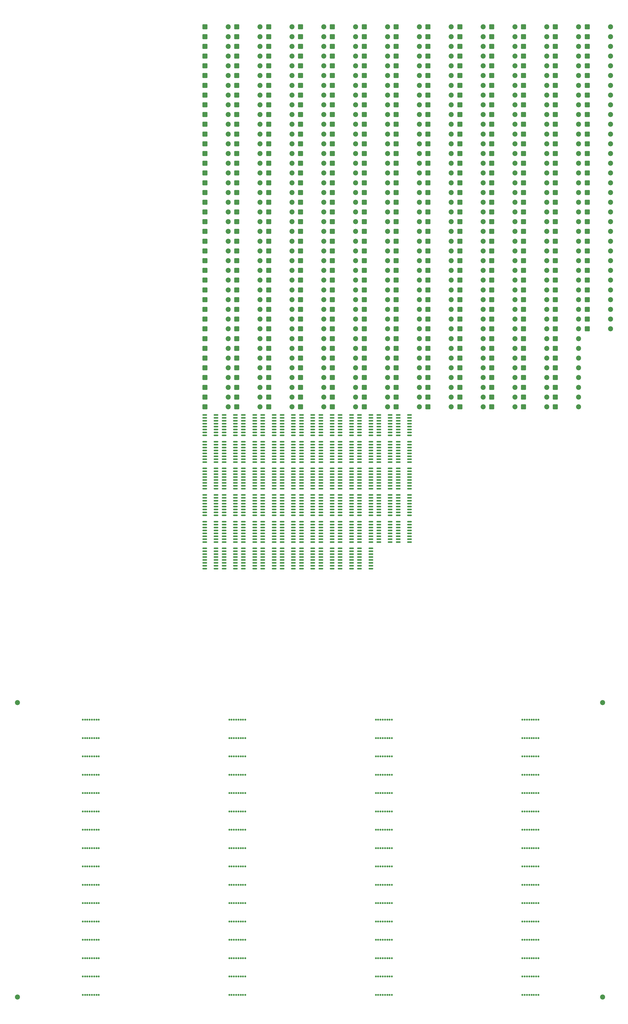
<source format=gbr>
%TF.GenerationSoftware,KiCad,Pcbnew,9.0.7*%
%TF.CreationDate,2026-02-03T13:11:03-05:00*%
%TF.ProjectId,INS-1 Matrix Display Motherboard,494e532d-3120-44d6-9174-726978204469,rev?*%
%TF.SameCoordinates,Original*%
%TF.FileFunction,Soldermask,Top*%
%TF.FilePolarity,Negative*%
%FSLAX46Y46*%
G04 Gerber Fmt 4.6, Leading zero omitted, Abs format (unit mm)*
G04 Created by KiCad (PCBNEW 9.0.7) date 2026-02-03 13:11:03*
%MOMM*%
%LPD*%
G01*
G04 APERTURE LIST*
G04 Aperture macros list*
%AMRoundRect*
0 Rectangle with rounded corners*
0 $1 Rounding radius*
0 $2 $3 $4 $5 $6 $7 $8 $9 X,Y pos of 4 corners*
0 Add a 4 corners polygon primitive as box body*
4,1,4,$2,$3,$4,$5,$6,$7,$8,$9,$2,$3,0*
0 Add four circle primitives for the rounded corners*
1,1,$1+$1,$2,$3*
1,1,$1+$1,$4,$5*
1,1,$1+$1,$6,$7*
1,1,$1+$1,$8,$9*
0 Add four rect primitives between the rounded corners*
20,1,$1+$1,$2,$3,$4,$5,0*
20,1,$1+$1,$4,$5,$6,$7,0*
20,1,$1+$1,$6,$7,$8,$9,0*
20,1,$1+$1,$8,$9,$2,$3,0*%
G04 Aperture macros list end*
%ADD10RoundRect,0.150000X-0.825000X-0.150000X0.825000X-0.150000X0.825000X0.150000X-0.825000X0.150000X0*%
%ADD11RoundRect,0.249999X-0.850001X-0.850001X0.850001X-0.850001X0.850001X0.850001X-0.850001X0.850001X0*%
%ADD12C,2.200000*%
%ADD13C,0.850000*%
G04 APERTURE END LIST*
D10*
%TO.C,U64*%
X168855000Y38795000D03*
X168855000Y37525000D03*
X168855000Y36255000D03*
X168855000Y34985000D03*
X168855000Y33715000D03*
X168855000Y32445000D03*
X168855000Y31175000D03*
X168855000Y29905000D03*
X173805000Y29905000D03*
X173805000Y31175000D03*
X173805000Y32445000D03*
X173805000Y33715000D03*
X173805000Y34985000D03*
X173805000Y36255000D03*
X173805000Y37525000D03*
X173805000Y38795000D03*
%TD*%
%TO.C,U63*%
X160405000Y38795000D03*
X160405000Y37525000D03*
X160405000Y36255000D03*
X160405000Y34985000D03*
X160405000Y33715000D03*
X160405000Y32445000D03*
X160405000Y31175000D03*
X160405000Y29905000D03*
X165355000Y29905000D03*
X165355000Y31175000D03*
X165355000Y32445000D03*
X165355000Y33715000D03*
X165355000Y34985000D03*
X165355000Y36255000D03*
X165355000Y37525000D03*
X165355000Y38795000D03*
%TD*%
%TO.C,U62*%
X151955000Y38795000D03*
X151955000Y37525000D03*
X151955000Y36255000D03*
X151955000Y34985000D03*
X151955000Y33715000D03*
X151955000Y32445000D03*
X151955000Y31175000D03*
X151955000Y29905000D03*
X156905000Y29905000D03*
X156905000Y31175000D03*
X156905000Y32445000D03*
X156905000Y33715000D03*
X156905000Y34985000D03*
X156905000Y36255000D03*
X156905000Y37525000D03*
X156905000Y38795000D03*
%TD*%
%TO.C,U61*%
X143505000Y38795000D03*
X143505000Y37525000D03*
X143505000Y36255000D03*
X143505000Y34985000D03*
X143505000Y33715000D03*
X143505000Y32445000D03*
X143505000Y31175000D03*
X143505000Y29905000D03*
X148455000Y29905000D03*
X148455000Y31175000D03*
X148455000Y32445000D03*
X148455000Y33715000D03*
X148455000Y34985000D03*
X148455000Y36255000D03*
X148455000Y37525000D03*
X148455000Y38795000D03*
%TD*%
%TO.C,U60*%
X135055000Y38795000D03*
X135055000Y37525000D03*
X135055000Y36255000D03*
X135055000Y34985000D03*
X135055000Y33715000D03*
X135055000Y32445000D03*
X135055000Y31175000D03*
X135055000Y29905000D03*
X140005000Y29905000D03*
X140005000Y31175000D03*
X140005000Y32445000D03*
X140005000Y33715000D03*
X140005000Y34985000D03*
X140005000Y36255000D03*
X140005000Y37525000D03*
X140005000Y38795000D03*
%TD*%
%TO.C,U59*%
X126605000Y38795000D03*
X126605000Y37525000D03*
X126605000Y36255000D03*
X126605000Y34985000D03*
X126605000Y33715000D03*
X126605000Y32445000D03*
X126605000Y31175000D03*
X126605000Y29905000D03*
X131555000Y29905000D03*
X131555000Y31175000D03*
X131555000Y32445000D03*
X131555000Y33715000D03*
X131555000Y34985000D03*
X131555000Y36255000D03*
X131555000Y37525000D03*
X131555000Y38795000D03*
%TD*%
%TO.C,U58*%
X118155000Y38795000D03*
X118155000Y37525000D03*
X118155000Y36255000D03*
X118155000Y34985000D03*
X118155000Y33715000D03*
X118155000Y32445000D03*
X118155000Y31175000D03*
X118155000Y29905000D03*
X123105000Y29905000D03*
X123105000Y31175000D03*
X123105000Y32445000D03*
X123105000Y33715000D03*
X123105000Y34985000D03*
X123105000Y36255000D03*
X123105000Y37525000D03*
X123105000Y38795000D03*
%TD*%
%TO.C,U57*%
X109705000Y38795000D03*
X109705000Y37525000D03*
X109705000Y36255000D03*
X109705000Y34985000D03*
X109705000Y33715000D03*
X109705000Y32445000D03*
X109705000Y31175000D03*
X109705000Y29905000D03*
X114655000Y29905000D03*
X114655000Y31175000D03*
X114655000Y32445000D03*
X114655000Y33715000D03*
X114655000Y34985000D03*
X114655000Y36255000D03*
X114655000Y37525000D03*
X114655000Y38795000D03*
%TD*%
%TO.C,U56*%
X101255000Y38795000D03*
X101255000Y37525000D03*
X101255000Y36255000D03*
X101255000Y34985000D03*
X101255000Y33715000D03*
X101255000Y32445000D03*
X101255000Y31175000D03*
X101255000Y29905000D03*
X106205000Y29905000D03*
X106205000Y31175000D03*
X106205000Y32445000D03*
X106205000Y33715000D03*
X106205000Y34985000D03*
X106205000Y36255000D03*
X106205000Y37525000D03*
X106205000Y38795000D03*
%TD*%
%TO.C,U55*%
X185755000Y50420000D03*
X185755000Y49150000D03*
X185755000Y47880000D03*
X185755000Y46610000D03*
X185755000Y45340000D03*
X185755000Y44070000D03*
X185755000Y42800000D03*
X185755000Y41530000D03*
X190705000Y41530000D03*
X190705000Y42800000D03*
X190705000Y44070000D03*
X190705000Y45340000D03*
X190705000Y46610000D03*
X190705000Y47880000D03*
X190705000Y49150000D03*
X190705000Y50420000D03*
%TD*%
%TO.C,U54*%
X177305000Y50420000D03*
X177305000Y49150000D03*
X177305000Y47880000D03*
X177305000Y46610000D03*
X177305000Y45340000D03*
X177305000Y44070000D03*
X177305000Y42800000D03*
X177305000Y41530000D03*
X182255000Y41530000D03*
X182255000Y42800000D03*
X182255000Y44070000D03*
X182255000Y45340000D03*
X182255000Y46610000D03*
X182255000Y47880000D03*
X182255000Y49150000D03*
X182255000Y50420000D03*
%TD*%
%TO.C,U53*%
X168855000Y50420000D03*
X168855000Y49150000D03*
X168855000Y47880000D03*
X168855000Y46610000D03*
X168855000Y45340000D03*
X168855000Y44070000D03*
X168855000Y42800000D03*
X168855000Y41530000D03*
X173805000Y41530000D03*
X173805000Y42800000D03*
X173805000Y44070000D03*
X173805000Y45340000D03*
X173805000Y46610000D03*
X173805000Y47880000D03*
X173805000Y49150000D03*
X173805000Y50420000D03*
%TD*%
%TO.C,U52*%
X160405000Y50420000D03*
X160405000Y49150000D03*
X160405000Y47880000D03*
X160405000Y46610000D03*
X160405000Y45340000D03*
X160405000Y44070000D03*
X160405000Y42800000D03*
X160405000Y41530000D03*
X165355000Y41530000D03*
X165355000Y42800000D03*
X165355000Y44070000D03*
X165355000Y45340000D03*
X165355000Y46610000D03*
X165355000Y47880000D03*
X165355000Y49150000D03*
X165355000Y50420000D03*
%TD*%
%TO.C,U51*%
X151955000Y50420000D03*
X151955000Y49150000D03*
X151955000Y47880000D03*
X151955000Y46610000D03*
X151955000Y45340000D03*
X151955000Y44070000D03*
X151955000Y42800000D03*
X151955000Y41530000D03*
X156905000Y41530000D03*
X156905000Y42800000D03*
X156905000Y44070000D03*
X156905000Y45340000D03*
X156905000Y46610000D03*
X156905000Y47880000D03*
X156905000Y49150000D03*
X156905000Y50420000D03*
%TD*%
%TO.C,U50*%
X143505000Y50420000D03*
X143505000Y49150000D03*
X143505000Y47880000D03*
X143505000Y46610000D03*
X143505000Y45340000D03*
X143505000Y44070000D03*
X143505000Y42800000D03*
X143505000Y41530000D03*
X148455000Y41530000D03*
X148455000Y42800000D03*
X148455000Y44070000D03*
X148455000Y45340000D03*
X148455000Y46610000D03*
X148455000Y47880000D03*
X148455000Y49150000D03*
X148455000Y50420000D03*
%TD*%
%TO.C,U49*%
X135055000Y50420000D03*
X135055000Y49150000D03*
X135055000Y47880000D03*
X135055000Y46610000D03*
X135055000Y45340000D03*
X135055000Y44070000D03*
X135055000Y42800000D03*
X135055000Y41530000D03*
X140005000Y41530000D03*
X140005000Y42800000D03*
X140005000Y44070000D03*
X140005000Y45340000D03*
X140005000Y46610000D03*
X140005000Y47880000D03*
X140005000Y49150000D03*
X140005000Y50420000D03*
%TD*%
%TO.C,U48*%
X126605000Y50420000D03*
X126605000Y49150000D03*
X126605000Y47880000D03*
X126605000Y46610000D03*
X126605000Y45340000D03*
X126605000Y44070000D03*
X126605000Y42800000D03*
X126605000Y41530000D03*
X131555000Y41530000D03*
X131555000Y42800000D03*
X131555000Y44070000D03*
X131555000Y45340000D03*
X131555000Y46610000D03*
X131555000Y47880000D03*
X131555000Y49150000D03*
X131555000Y50420000D03*
%TD*%
%TO.C,U47*%
X118155000Y50420000D03*
X118155000Y49150000D03*
X118155000Y47880000D03*
X118155000Y46610000D03*
X118155000Y45340000D03*
X118155000Y44070000D03*
X118155000Y42800000D03*
X118155000Y41530000D03*
X123105000Y41530000D03*
X123105000Y42800000D03*
X123105000Y44070000D03*
X123105000Y45340000D03*
X123105000Y46610000D03*
X123105000Y47880000D03*
X123105000Y49150000D03*
X123105000Y50420000D03*
%TD*%
%TO.C,U46*%
X109705000Y50420000D03*
X109705000Y49150000D03*
X109705000Y47880000D03*
X109705000Y46610000D03*
X109705000Y45340000D03*
X109705000Y44070000D03*
X109705000Y42800000D03*
X109705000Y41530000D03*
X114655000Y41530000D03*
X114655000Y42800000D03*
X114655000Y44070000D03*
X114655000Y45340000D03*
X114655000Y46610000D03*
X114655000Y47880000D03*
X114655000Y49150000D03*
X114655000Y50420000D03*
%TD*%
%TO.C,U45*%
X101255000Y50420000D03*
X101255000Y49150000D03*
X101255000Y47880000D03*
X101255000Y46610000D03*
X101255000Y45340000D03*
X101255000Y44070000D03*
X101255000Y42800000D03*
X101255000Y41530000D03*
X106205000Y41530000D03*
X106205000Y42800000D03*
X106205000Y44070000D03*
X106205000Y45340000D03*
X106205000Y46610000D03*
X106205000Y47880000D03*
X106205000Y49150000D03*
X106205000Y50420000D03*
%TD*%
%TO.C,U44*%
X185755000Y62045000D03*
X185755000Y60775000D03*
X185755000Y59505000D03*
X185755000Y58235000D03*
X185755000Y56965000D03*
X185755000Y55695000D03*
X185755000Y54425000D03*
X185755000Y53155000D03*
X190705000Y53155000D03*
X190705000Y54425000D03*
X190705000Y55695000D03*
X190705000Y56965000D03*
X190705000Y58235000D03*
X190705000Y59505000D03*
X190705000Y60775000D03*
X190705000Y62045000D03*
%TD*%
%TO.C,U43*%
X177305000Y62045000D03*
X177305000Y60775000D03*
X177305000Y59505000D03*
X177305000Y58235000D03*
X177305000Y56965000D03*
X177305000Y55695000D03*
X177305000Y54425000D03*
X177305000Y53155000D03*
X182255000Y53155000D03*
X182255000Y54425000D03*
X182255000Y55695000D03*
X182255000Y56965000D03*
X182255000Y58235000D03*
X182255000Y59505000D03*
X182255000Y60775000D03*
X182255000Y62045000D03*
%TD*%
%TO.C,U42*%
X168855000Y62045000D03*
X168855000Y60775000D03*
X168855000Y59505000D03*
X168855000Y58235000D03*
X168855000Y56965000D03*
X168855000Y55695000D03*
X168855000Y54425000D03*
X168855000Y53155000D03*
X173805000Y53155000D03*
X173805000Y54425000D03*
X173805000Y55695000D03*
X173805000Y56965000D03*
X173805000Y58235000D03*
X173805000Y59505000D03*
X173805000Y60775000D03*
X173805000Y62045000D03*
%TD*%
%TO.C,U41*%
X160405000Y62045000D03*
X160405000Y60775000D03*
X160405000Y59505000D03*
X160405000Y58235000D03*
X160405000Y56965000D03*
X160405000Y55695000D03*
X160405000Y54425000D03*
X160405000Y53155000D03*
X165355000Y53155000D03*
X165355000Y54425000D03*
X165355000Y55695000D03*
X165355000Y56965000D03*
X165355000Y58235000D03*
X165355000Y59505000D03*
X165355000Y60775000D03*
X165355000Y62045000D03*
%TD*%
%TO.C,U40*%
X151955000Y62045000D03*
X151955000Y60775000D03*
X151955000Y59505000D03*
X151955000Y58235000D03*
X151955000Y56965000D03*
X151955000Y55695000D03*
X151955000Y54425000D03*
X151955000Y53155000D03*
X156905000Y53155000D03*
X156905000Y54425000D03*
X156905000Y55695000D03*
X156905000Y56965000D03*
X156905000Y58235000D03*
X156905000Y59505000D03*
X156905000Y60775000D03*
X156905000Y62045000D03*
%TD*%
%TO.C,U39*%
X143505000Y62045000D03*
X143505000Y60775000D03*
X143505000Y59505000D03*
X143505000Y58235000D03*
X143505000Y56965000D03*
X143505000Y55695000D03*
X143505000Y54425000D03*
X143505000Y53155000D03*
X148455000Y53155000D03*
X148455000Y54425000D03*
X148455000Y55695000D03*
X148455000Y56965000D03*
X148455000Y58235000D03*
X148455000Y59505000D03*
X148455000Y60775000D03*
X148455000Y62045000D03*
%TD*%
%TO.C,U38*%
X135055000Y62045000D03*
X135055000Y60775000D03*
X135055000Y59505000D03*
X135055000Y58235000D03*
X135055000Y56965000D03*
X135055000Y55695000D03*
X135055000Y54425000D03*
X135055000Y53155000D03*
X140005000Y53155000D03*
X140005000Y54425000D03*
X140005000Y55695000D03*
X140005000Y56965000D03*
X140005000Y58235000D03*
X140005000Y59505000D03*
X140005000Y60775000D03*
X140005000Y62045000D03*
%TD*%
%TO.C,U37*%
X126605000Y62045000D03*
X126605000Y60775000D03*
X126605000Y59505000D03*
X126605000Y58235000D03*
X126605000Y56965000D03*
X126605000Y55695000D03*
X126605000Y54425000D03*
X126605000Y53155000D03*
X131555000Y53155000D03*
X131555000Y54425000D03*
X131555000Y55695000D03*
X131555000Y56965000D03*
X131555000Y58235000D03*
X131555000Y59505000D03*
X131555000Y60775000D03*
X131555000Y62045000D03*
%TD*%
%TO.C,U36*%
X118155000Y62045000D03*
X118155000Y60775000D03*
X118155000Y59505000D03*
X118155000Y58235000D03*
X118155000Y56965000D03*
X118155000Y55695000D03*
X118155000Y54425000D03*
X118155000Y53155000D03*
X123105000Y53155000D03*
X123105000Y54425000D03*
X123105000Y55695000D03*
X123105000Y56965000D03*
X123105000Y58235000D03*
X123105000Y59505000D03*
X123105000Y60775000D03*
X123105000Y62045000D03*
%TD*%
%TO.C,U35*%
X109705000Y62045000D03*
X109705000Y60775000D03*
X109705000Y59505000D03*
X109705000Y58235000D03*
X109705000Y56965000D03*
X109705000Y55695000D03*
X109705000Y54425000D03*
X109705000Y53155000D03*
X114655000Y53155000D03*
X114655000Y54425000D03*
X114655000Y55695000D03*
X114655000Y56965000D03*
X114655000Y58235000D03*
X114655000Y59505000D03*
X114655000Y60775000D03*
X114655000Y62045000D03*
%TD*%
%TO.C,U34*%
X101255000Y62045000D03*
X101255000Y60775000D03*
X101255000Y59505000D03*
X101255000Y58235000D03*
X101255000Y56965000D03*
X101255000Y55695000D03*
X101255000Y54425000D03*
X101255000Y53155000D03*
X106205000Y53155000D03*
X106205000Y54425000D03*
X106205000Y55695000D03*
X106205000Y56965000D03*
X106205000Y58235000D03*
X106205000Y59505000D03*
X106205000Y60775000D03*
X106205000Y62045000D03*
%TD*%
%TO.C,U33*%
X185755000Y73670000D03*
X185755000Y72400000D03*
X185755000Y71130000D03*
X185755000Y69860000D03*
X185755000Y68590000D03*
X185755000Y67320000D03*
X185755000Y66050000D03*
X185755000Y64780000D03*
X190705000Y64780000D03*
X190705000Y66050000D03*
X190705000Y67320000D03*
X190705000Y68590000D03*
X190705000Y69860000D03*
X190705000Y71130000D03*
X190705000Y72400000D03*
X190705000Y73670000D03*
%TD*%
%TO.C,U32*%
X177305000Y73670000D03*
X177305000Y72400000D03*
X177305000Y71130000D03*
X177305000Y69860000D03*
X177305000Y68590000D03*
X177305000Y67320000D03*
X177305000Y66050000D03*
X177305000Y64780000D03*
X182255000Y64780000D03*
X182255000Y66050000D03*
X182255000Y67320000D03*
X182255000Y68590000D03*
X182255000Y69860000D03*
X182255000Y71130000D03*
X182255000Y72400000D03*
X182255000Y73670000D03*
%TD*%
%TO.C,U31*%
X168855000Y73670000D03*
X168855000Y72400000D03*
X168855000Y71130000D03*
X168855000Y69860000D03*
X168855000Y68590000D03*
X168855000Y67320000D03*
X168855000Y66050000D03*
X168855000Y64780000D03*
X173805000Y64780000D03*
X173805000Y66050000D03*
X173805000Y67320000D03*
X173805000Y68590000D03*
X173805000Y69860000D03*
X173805000Y71130000D03*
X173805000Y72400000D03*
X173805000Y73670000D03*
%TD*%
%TO.C,U30*%
X160405000Y73670000D03*
X160405000Y72400000D03*
X160405000Y71130000D03*
X160405000Y69860000D03*
X160405000Y68590000D03*
X160405000Y67320000D03*
X160405000Y66050000D03*
X160405000Y64780000D03*
X165355000Y64780000D03*
X165355000Y66050000D03*
X165355000Y67320000D03*
X165355000Y68590000D03*
X165355000Y69860000D03*
X165355000Y71130000D03*
X165355000Y72400000D03*
X165355000Y73670000D03*
%TD*%
%TO.C,U29*%
X151955000Y73670000D03*
X151955000Y72400000D03*
X151955000Y71130000D03*
X151955000Y69860000D03*
X151955000Y68590000D03*
X151955000Y67320000D03*
X151955000Y66050000D03*
X151955000Y64780000D03*
X156905000Y64780000D03*
X156905000Y66050000D03*
X156905000Y67320000D03*
X156905000Y68590000D03*
X156905000Y69860000D03*
X156905000Y71130000D03*
X156905000Y72400000D03*
X156905000Y73670000D03*
%TD*%
%TO.C,U28*%
X143505000Y73670000D03*
X143505000Y72400000D03*
X143505000Y71130000D03*
X143505000Y69860000D03*
X143505000Y68590000D03*
X143505000Y67320000D03*
X143505000Y66050000D03*
X143505000Y64780000D03*
X148455000Y64780000D03*
X148455000Y66050000D03*
X148455000Y67320000D03*
X148455000Y68590000D03*
X148455000Y69860000D03*
X148455000Y71130000D03*
X148455000Y72400000D03*
X148455000Y73670000D03*
%TD*%
%TO.C,U27*%
X135055000Y73670000D03*
X135055000Y72400000D03*
X135055000Y71130000D03*
X135055000Y69860000D03*
X135055000Y68590000D03*
X135055000Y67320000D03*
X135055000Y66050000D03*
X135055000Y64780000D03*
X140005000Y64780000D03*
X140005000Y66050000D03*
X140005000Y67320000D03*
X140005000Y68590000D03*
X140005000Y69860000D03*
X140005000Y71130000D03*
X140005000Y72400000D03*
X140005000Y73670000D03*
%TD*%
%TO.C,U26*%
X126605000Y73670000D03*
X126605000Y72400000D03*
X126605000Y71130000D03*
X126605000Y69860000D03*
X126605000Y68590000D03*
X126605000Y67320000D03*
X126605000Y66050000D03*
X126605000Y64780000D03*
X131555000Y64780000D03*
X131555000Y66050000D03*
X131555000Y67320000D03*
X131555000Y68590000D03*
X131555000Y69860000D03*
X131555000Y71130000D03*
X131555000Y72400000D03*
X131555000Y73670000D03*
%TD*%
%TO.C,U25*%
X118155000Y73670000D03*
X118155000Y72400000D03*
X118155000Y71130000D03*
X118155000Y69860000D03*
X118155000Y68590000D03*
X118155000Y67320000D03*
X118155000Y66050000D03*
X118155000Y64780000D03*
X123105000Y64780000D03*
X123105000Y66050000D03*
X123105000Y67320000D03*
X123105000Y68590000D03*
X123105000Y69860000D03*
X123105000Y71130000D03*
X123105000Y72400000D03*
X123105000Y73670000D03*
%TD*%
%TO.C,U24*%
X109705000Y73670000D03*
X109705000Y72400000D03*
X109705000Y71130000D03*
X109705000Y69860000D03*
X109705000Y68590000D03*
X109705000Y67320000D03*
X109705000Y66050000D03*
X109705000Y64780000D03*
X114655000Y64780000D03*
X114655000Y66050000D03*
X114655000Y67320000D03*
X114655000Y68590000D03*
X114655000Y69860000D03*
X114655000Y71130000D03*
X114655000Y72400000D03*
X114655000Y73670000D03*
%TD*%
%TO.C,U23*%
X101255000Y73670000D03*
X101255000Y72400000D03*
X101255000Y71130000D03*
X101255000Y69860000D03*
X101255000Y68590000D03*
X101255000Y67320000D03*
X101255000Y66050000D03*
X101255000Y64780000D03*
X106205000Y64780000D03*
X106205000Y66050000D03*
X106205000Y67320000D03*
X106205000Y68590000D03*
X106205000Y69860000D03*
X106205000Y71130000D03*
X106205000Y72400000D03*
X106205000Y73670000D03*
%TD*%
%TO.C,U22*%
X185755000Y85295000D03*
X185755000Y84025000D03*
X185755000Y82755000D03*
X185755000Y81485000D03*
X185755000Y80215000D03*
X185755000Y78945000D03*
X185755000Y77675000D03*
X185755000Y76405000D03*
X190705000Y76405000D03*
X190705000Y77675000D03*
X190705000Y78945000D03*
X190705000Y80215000D03*
X190705000Y81485000D03*
X190705000Y82755000D03*
X190705000Y84025000D03*
X190705000Y85295000D03*
%TD*%
%TO.C,U21*%
X177305000Y85295000D03*
X177305000Y84025000D03*
X177305000Y82755000D03*
X177305000Y81485000D03*
X177305000Y80215000D03*
X177305000Y78945000D03*
X177305000Y77675000D03*
X177305000Y76405000D03*
X182255000Y76405000D03*
X182255000Y77675000D03*
X182255000Y78945000D03*
X182255000Y80215000D03*
X182255000Y81485000D03*
X182255000Y82755000D03*
X182255000Y84025000D03*
X182255000Y85295000D03*
%TD*%
%TO.C,U20*%
X168855000Y85295000D03*
X168855000Y84025000D03*
X168855000Y82755000D03*
X168855000Y81485000D03*
X168855000Y80215000D03*
X168855000Y78945000D03*
X168855000Y77675000D03*
X168855000Y76405000D03*
X173805000Y76405000D03*
X173805000Y77675000D03*
X173805000Y78945000D03*
X173805000Y80215000D03*
X173805000Y81485000D03*
X173805000Y82755000D03*
X173805000Y84025000D03*
X173805000Y85295000D03*
%TD*%
%TO.C,U19*%
X160405000Y85295000D03*
X160405000Y84025000D03*
X160405000Y82755000D03*
X160405000Y81485000D03*
X160405000Y80215000D03*
X160405000Y78945000D03*
X160405000Y77675000D03*
X160405000Y76405000D03*
X165355000Y76405000D03*
X165355000Y77675000D03*
X165355000Y78945000D03*
X165355000Y80215000D03*
X165355000Y81485000D03*
X165355000Y82755000D03*
X165355000Y84025000D03*
X165355000Y85295000D03*
%TD*%
%TO.C,U18*%
X151955000Y85295000D03*
X151955000Y84025000D03*
X151955000Y82755000D03*
X151955000Y81485000D03*
X151955000Y80215000D03*
X151955000Y78945000D03*
X151955000Y77675000D03*
X151955000Y76405000D03*
X156905000Y76405000D03*
X156905000Y77675000D03*
X156905000Y78945000D03*
X156905000Y80215000D03*
X156905000Y81485000D03*
X156905000Y82755000D03*
X156905000Y84025000D03*
X156905000Y85295000D03*
%TD*%
%TO.C,U17*%
X143505000Y85295000D03*
X143505000Y84025000D03*
X143505000Y82755000D03*
X143505000Y81485000D03*
X143505000Y80215000D03*
X143505000Y78945000D03*
X143505000Y77675000D03*
X143505000Y76405000D03*
X148455000Y76405000D03*
X148455000Y77675000D03*
X148455000Y78945000D03*
X148455000Y80215000D03*
X148455000Y81485000D03*
X148455000Y82755000D03*
X148455000Y84025000D03*
X148455000Y85295000D03*
%TD*%
%TO.C,U16*%
X135055000Y85295000D03*
X135055000Y84025000D03*
X135055000Y82755000D03*
X135055000Y81485000D03*
X135055000Y80215000D03*
X135055000Y78945000D03*
X135055000Y77675000D03*
X135055000Y76405000D03*
X140005000Y76405000D03*
X140005000Y77675000D03*
X140005000Y78945000D03*
X140005000Y80215000D03*
X140005000Y81485000D03*
X140005000Y82755000D03*
X140005000Y84025000D03*
X140005000Y85295000D03*
%TD*%
%TO.C,U15*%
X126605000Y85295000D03*
X126605000Y84025000D03*
X126605000Y82755000D03*
X126605000Y81485000D03*
X126605000Y80215000D03*
X126605000Y78945000D03*
X126605000Y77675000D03*
X126605000Y76405000D03*
X131555000Y76405000D03*
X131555000Y77675000D03*
X131555000Y78945000D03*
X131555000Y80215000D03*
X131555000Y81485000D03*
X131555000Y82755000D03*
X131555000Y84025000D03*
X131555000Y85295000D03*
%TD*%
%TO.C,U14*%
X118155000Y85295000D03*
X118155000Y84025000D03*
X118155000Y82755000D03*
X118155000Y81485000D03*
X118155000Y80215000D03*
X118155000Y78945000D03*
X118155000Y77675000D03*
X118155000Y76405000D03*
X123105000Y76405000D03*
X123105000Y77675000D03*
X123105000Y78945000D03*
X123105000Y80215000D03*
X123105000Y81485000D03*
X123105000Y82755000D03*
X123105000Y84025000D03*
X123105000Y85295000D03*
%TD*%
%TO.C,U13*%
X109705000Y85295000D03*
X109705000Y84025000D03*
X109705000Y82755000D03*
X109705000Y81485000D03*
X109705000Y80215000D03*
X109705000Y78945000D03*
X109705000Y77675000D03*
X109705000Y76405000D03*
X114655000Y76405000D03*
X114655000Y77675000D03*
X114655000Y78945000D03*
X114655000Y80215000D03*
X114655000Y81485000D03*
X114655000Y82755000D03*
X114655000Y84025000D03*
X114655000Y85295000D03*
%TD*%
%TO.C,U12*%
X101255000Y85295000D03*
X101255000Y84025000D03*
X101255000Y82755000D03*
X101255000Y81485000D03*
X101255000Y80215000D03*
X101255000Y78945000D03*
X101255000Y77675000D03*
X101255000Y76405000D03*
X106205000Y76405000D03*
X106205000Y77675000D03*
X106205000Y78945000D03*
X106205000Y80215000D03*
X106205000Y81485000D03*
X106205000Y82755000D03*
X106205000Y84025000D03*
X106205000Y85295000D03*
%TD*%
%TO.C,U11*%
X185755000Y96920000D03*
X185755000Y95650000D03*
X185755000Y94380000D03*
X185755000Y93110000D03*
X185755000Y91840000D03*
X185755000Y90570000D03*
X185755000Y89300000D03*
X185755000Y88030000D03*
X190705000Y88030000D03*
X190705000Y89300000D03*
X190705000Y90570000D03*
X190705000Y91840000D03*
X190705000Y93110000D03*
X190705000Y94380000D03*
X190705000Y95650000D03*
X190705000Y96920000D03*
%TD*%
%TO.C,U10*%
X177305000Y96920000D03*
X177305000Y95650000D03*
X177305000Y94380000D03*
X177305000Y93110000D03*
X177305000Y91840000D03*
X177305000Y90570000D03*
X177305000Y89300000D03*
X177305000Y88030000D03*
X182255000Y88030000D03*
X182255000Y89300000D03*
X182255000Y90570000D03*
X182255000Y91840000D03*
X182255000Y93110000D03*
X182255000Y94380000D03*
X182255000Y95650000D03*
X182255000Y96920000D03*
%TD*%
%TO.C,U9*%
X168855000Y96920000D03*
X168855000Y95650000D03*
X168855000Y94380000D03*
X168855000Y93110000D03*
X168855000Y91840000D03*
X168855000Y90570000D03*
X168855000Y89300000D03*
X168855000Y88030000D03*
X173805000Y88030000D03*
X173805000Y89300000D03*
X173805000Y90570000D03*
X173805000Y91840000D03*
X173805000Y93110000D03*
X173805000Y94380000D03*
X173805000Y95650000D03*
X173805000Y96920000D03*
%TD*%
%TO.C,U8*%
X160405000Y96920000D03*
X160405000Y95650000D03*
X160405000Y94380000D03*
X160405000Y93110000D03*
X160405000Y91840000D03*
X160405000Y90570000D03*
X160405000Y89300000D03*
X160405000Y88030000D03*
X165355000Y88030000D03*
X165355000Y89300000D03*
X165355000Y90570000D03*
X165355000Y91840000D03*
X165355000Y93110000D03*
X165355000Y94380000D03*
X165355000Y95650000D03*
X165355000Y96920000D03*
%TD*%
%TO.C,U7*%
X151955000Y96920000D03*
X151955000Y95650000D03*
X151955000Y94380000D03*
X151955000Y93110000D03*
X151955000Y91840000D03*
X151955000Y90570000D03*
X151955000Y89300000D03*
X151955000Y88030000D03*
X156905000Y88030000D03*
X156905000Y89300000D03*
X156905000Y90570000D03*
X156905000Y91840000D03*
X156905000Y93110000D03*
X156905000Y94380000D03*
X156905000Y95650000D03*
X156905000Y96920000D03*
%TD*%
%TO.C,U6*%
X143505000Y96920000D03*
X143505000Y95650000D03*
X143505000Y94380000D03*
X143505000Y93110000D03*
X143505000Y91840000D03*
X143505000Y90570000D03*
X143505000Y89300000D03*
X143505000Y88030000D03*
X148455000Y88030000D03*
X148455000Y89300000D03*
X148455000Y90570000D03*
X148455000Y91840000D03*
X148455000Y93110000D03*
X148455000Y94380000D03*
X148455000Y95650000D03*
X148455000Y96920000D03*
%TD*%
%TO.C,U5*%
X135055000Y96920000D03*
X135055000Y95650000D03*
X135055000Y94380000D03*
X135055000Y93110000D03*
X135055000Y91840000D03*
X135055000Y90570000D03*
X135055000Y89300000D03*
X135055000Y88030000D03*
X140005000Y88030000D03*
X140005000Y89300000D03*
X140005000Y90570000D03*
X140005000Y91840000D03*
X140005000Y93110000D03*
X140005000Y94380000D03*
X140005000Y95650000D03*
X140005000Y96920000D03*
%TD*%
%TO.C,U4*%
X126605000Y96920000D03*
X126605000Y95650000D03*
X126605000Y94380000D03*
X126605000Y93110000D03*
X126605000Y91840000D03*
X126605000Y90570000D03*
X126605000Y89300000D03*
X126605000Y88030000D03*
X131555000Y88030000D03*
X131555000Y89300000D03*
X131555000Y90570000D03*
X131555000Y91840000D03*
X131555000Y93110000D03*
X131555000Y94380000D03*
X131555000Y95650000D03*
X131555000Y96920000D03*
%TD*%
%TO.C,U3*%
X118155000Y96920000D03*
X118155000Y95650000D03*
X118155000Y94380000D03*
X118155000Y93110000D03*
X118155000Y91840000D03*
X118155000Y90570000D03*
X118155000Y89300000D03*
X118155000Y88030000D03*
X123105000Y88030000D03*
X123105000Y89300000D03*
X123105000Y90570000D03*
X123105000Y91840000D03*
X123105000Y93110000D03*
X123105000Y94380000D03*
X123105000Y95650000D03*
X123105000Y96920000D03*
%TD*%
%TO.C,U2*%
X109705000Y96920000D03*
X109705000Y95650000D03*
X109705000Y94380000D03*
X109705000Y93110000D03*
X109705000Y91840000D03*
X109705000Y90570000D03*
X109705000Y89300000D03*
X109705000Y88030000D03*
X114655000Y88030000D03*
X114655000Y89300000D03*
X114655000Y90570000D03*
X114655000Y91840000D03*
X114655000Y93110000D03*
X114655000Y94380000D03*
X114655000Y95650000D03*
X114655000Y96920000D03*
%TD*%
%TO.C,U1*%
X101255000Y96920000D03*
X101255000Y95650000D03*
X101255000Y94380000D03*
X101255000Y93110000D03*
X101255000Y91840000D03*
X101255000Y90570000D03*
X101255000Y89300000D03*
X101255000Y88030000D03*
X106205000Y88030000D03*
X106205000Y89300000D03*
X106205000Y90570000D03*
X106205000Y91840000D03*
X106205000Y93110000D03*
X106205000Y94380000D03*
X106205000Y95650000D03*
X106205000Y96920000D03*
%TD*%
D11*
%TO.C,D512*%
X268300000Y134500000D03*
D12*
X278460000Y134500000D03*
%TD*%
D11*
%TO.C,D511*%
X268300000Y138750000D03*
D12*
X278460000Y138750000D03*
%TD*%
D11*
%TO.C,D510*%
X268300000Y143000000D03*
D12*
X278460000Y143000000D03*
%TD*%
D11*
%TO.C,D509*%
X268300000Y147250000D03*
D12*
X278460000Y147250000D03*
%TD*%
D11*
%TO.C,D508*%
X268300000Y151500000D03*
D12*
X278460000Y151500000D03*
%TD*%
D11*
%TO.C,D507*%
X268300000Y155750000D03*
D12*
X278460000Y155750000D03*
%TD*%
D11*
%TO.C,D506*%
X268300000Y160000000D03*
D12*
X278460000Y160000000D03*
%TD*%
D11*
%TO.C,D505*%
X268300000Y164250000D03*
D12*
X278460000Y164250000D03*
%TD*%
D11*
%TO.C,D504*%
X268300000Y168500000D03*
D12*
X278460000Y168500000D03*
%TD*%
D11*
%TO.C,D503*%
X268300000Y172750000D03*
D12*
X278460000Y172750000D03*
%TD*%
D11*
%TO.C,D502*%
X268300000Y177000000D03*
D12*
X278460000Y177000000D03*
%TD*%
D11*
%TO.C,D501*%
X268300000Y181250000D03*
D12*
X278460000Y181250000D03*
%TD*%
D11*
%TO.C,D500*%
X268300000Y185500000D03*
D12*
X278460000Y185500000D03*
%TD*%
D11*
%TO.C,D499*%
X268300000Y189750000D03*
D12*
X278460000Y189750000D03*
%TD*%
D11*
%TO.C,D498*%
X268300000Y194000000D03*
D12*
X278460000Y194000000D03*
%TD*%
D11*
%TO.C,D497*%
X268300000Y198250000D03*
D12*
X278460000Y198250000D03*
%TD*%
D11*
%TO.C,D496*%
X268300000Y202500000D03*
D12*
X278460000Y202500000D03*
%TD*%
D11*
%TO.C,D495*%
X268300000Y206750000D03*
D12*
X278460000Y206750000D03*
%TD*%
D11*
%TO.C,D494*%
X268300000Y211000000D03*
D12*
X278460000Y211000000D03*
%TD*%
D11*
%TO.C,D493*%
X268300000Y215250000D03*
D12*
X278460000Y215250000D03*
%TD*%
D11*
%TO.C,D492*%
X268300000Y219500000D03*
D12*
X278460000Y219500000D03*
%TD*%
D11*
%TO.C,D491*%
X268300000Y223750000D03*
D12*
X278460000Y223750000D03*
%TD*%
D11*
%TO.C,D490*%
X268300000Y228000000D03*
D12*
X278460000Y228000000D03*
%TD*%
D11*
%TO.C,D489*%
X268300000Y232250000D03*
D12*
X278460000Y232250000D03*
%TD*%
D11*
%TO.C,D488*%
X268300000Y236500000D03*
D12*
X278460000Y236500000D03*
%TD*%
D11*
%TO.C,D487*%
X268300000Y240750000D03*
D12*
X278460000Y240750000D03*
%TD*%
D11*
%TO.C,D486*%
X268300000Y245000000D03*
D12*
X278460000Y245000000D03*
%TD*%
D11*
%TO.C,D485*%
X268300000Y249250000D03*
D12*
X278460000Y249250000D03*
%TD*%
D11*
%TO.C,D484*%
X268300000Y253500000D03*
D12*
X278460000Y253500000D03*
%TD*%
D11*
%TO.C,D483*%
X268300000Y257750000D03*
D12*
X278460000Y257750000D03*
%TD*%
D11*
%TO.C,D482*%
X268300000Y262000000D03*
D12*
X278460000Y262000000D03*
%TD*%
D11*
%TO.C,D481*%
X268300000Y266250000D03*
D12*
X278460000Y266250000D03*
%TD*%
D11*
%TO.C,D480*%
X254390000Y100500000D03*
D12*
X264550000Y100500000D03*
%TD*%
D11*
%TO.C,D479*%
X254390000Y104750000D03*
D12*
X264550000Y104750000D03*
%TD*%
D11*
%TO.C,D478*%
X254390000Y109000000D03*
D12*
X264550000Y109000000D03*
%TD*%
D11*
%TO.C,D477*%
X254390000Y113250000D03*
D12*
X264550000Y113250000D03*
%TD*%
D11*
%TO.C,D476*%
X254390000Y117500000D03*
D12*
X264550000Y117500000D03*
%TD*%
D11*
%TO.C,D475*%
X254390000Y121750000D03*
D12*
X264550000Y121750000D03*
%TD*%
D11*
%TO.C,D474*%
X254390000Y126000000D03*
D12*
X264550000Y126000000D03*
%TD*%
D11*
%TO.C,D473*%
X254390000Y130250000D03*
D12*
X264550000Y130250000D03*
%TD*%
D11*
%TO.C,D472*%
X254390000Y134500000D03*
D12*
X264550000Y134500000D03*
%TD*%
D11*
%TO.C,D471*%
X254390000Y138750000D03*
D12*
X264550000Y138750000D03*
%TD*%
D11*
%TO.C,D470*%
X254390000Y143000000D03*
D12*
X264550000Y143000000D03*
%TD*%
D11*
%TO.C,D469*%
X254390000Y147250000D03*
D12*
X264550000Y147250000D03*
%TD*%
D11*
%TO.C,D468*%
X254390000Y151500000D03*
D12*
X264550000Y151500000D03*
%TD*%
D11*
%TO.C,D467*%
X254390000Y155750000D03*
D12*
X264550000Y155750000D03*
%TD*%
D11*
%TO.C,D466*%
X254390000Y160000000D03*
D12*
X264550000Y160000000D03*
%TD*%
D11*
%TO.C,D465*%
X254390000Y164250000D03*
D12*
X264550000Y164250000D03*
%TD*%
D11*
%TO.C,D464*%
X254390000Y168500000D03*
D12*
X264550000Y168500000D03*
%TD*%
D11*
%TO.C,D463*%
X254390000Y172750000D03*
D12*
X264550000Y172750000D03*
%TD*%
D11*
%TO.C,D462*%
X254390000Y177000000D03*
D12*
X264550000Y177000000D03*
%TD*%
D11*
%TO.C,D461*%
X254390000Y181250000D03*
D12*
X264550000Y181250000D03*
%TD*%
D11*
%TO.C,D460*%
X254390000Y185500000D03*
D12*
X264550000Y185500000D03*
%TD*%
D11*
%TO.C,D459*%
X254390000Y189750000D03*
D12*
X264550000Y189750000D03*
%TD*%
D11*
%TO.C,D458*%
X254390000Y194000000D03*
D12*
X264550000Y194000000D03*
%TD*%
D11*
%TO.C,D457*%
X254390000Y198250000D03*
D12*
X264550000Y198250000D03*
%TD*%
D11*
%TO.C,D456*%
X254390000Y202500000D03*
D12*
X264550000Y202500000D03*
%TD*%
D11*
%TO.C,D455*%
X254390000Y206750000D03*
D12*
X264550000Y206750000D03*
%TD*%
D11*
%TO.C,D454*%
X254390000Y211000000D03*
D12*
X264550000Y211000000D03*
%TD*%
D11*
%TO.C,D453*%
X254390000Y215250000D03*
D12*
X264550000Y215250000D03*
%TD*%
D11*
%TO.C,D452*%
X254390000Y219500000D03*
D12*
X264550000Y219500000D03*
%TD*%
D11*
%TO.C,D451*%
X254390000Y223750000D03*
D12*
X264550000Y223750000D03*
%TD*%
D11*
%TO.C,D450*%
X254390000Y228000000D03*
D12*
X264550000Y228000000D03*
%TD*%
D11*
%TO.C,D449*%
X254390000Y232250000D03*
D12*
X264550000Y232250000D03*
%TD*%
D11*
%TO.C,D448*%
X254390000Y236500000D03*
D12*
X264550000Y236500000D03*
%TD*%
D11*
%TO.C,D447*%
X254390000Y240750000D03*
D12*
X264550000Y240750000D03*
%TD*%
D11*
%TO.C,D446*%
X254390000Y245000000D03*
D12*
X264550000Y245000000D03*
%TD*%
D11*
%TO.C,D445*%
X254390000Y249250000D03*
D12*
X264550000Y249250000D03*
%TD*%
D11*
%TO.C,D444*%
X254390000Y253500000D03*
D12*
X264550000Y253500000D03*
%TD*%
D11*
%TO.C,D443*%
X254390000Y257750000D03*
D12*
X264550000Y257750000D03*
%TD*%
D11*
%TO.C,D442*%
X254390000Y262000000D03*
D12*
X264550000Y262000000D03*
%TD*%
D11*
%TO.C,D441*%
X254390000Y266250000D03*
D12*
X264550000Y266250000D03*
%TD*%
D11*
%TO.C,D440*%
X240480000Y100500000D03*
D12*
X250640000Y100500000D03*
%TD*%
D11*
%TO.C,D439*%
X240480000Y104750000D03*
D12*
X250640000Y104750000D03*
%TD*%
D11*
%TO.C,D438*%
X240480000Y109000000D03*
D12*
X250640000Y109000000D03*
%TD*%
D11*
%TO.C,D437*%
X240480000Y113250000D03*
D12*
X250640000Y113250000D03*
%TD*%
D11*
%TO.C,D436*%
X240480000Y117500000D03*
D12*
X250640000Y117500000D03*
%TD*%
D11*
%TO.C,D435*%
X240480000Y121750000D03*
D12*
X250640000Y121750000D03*
%TD*%
D11*
%TO.C,D434*%
X240480000Y126000000D03*
D12*
X250640000Y126000000D03*
%TD*%
D11*
%TO.C,D433*%
X240480000Y130250000D03*
D12*
X250640000Y130250000D03*
%TD*%
D11*
%TO.C,D432*%
X240480000Y134500000D03*
D12*
X250640000Y134500000D03*
%TD*%
D11*
%TO.C,D431*%
X240480000Y138750000D03*
D12*
X250640000Y138750000D03*
%TD*%
D11*
%TO.C,D430*%
X240480000Y143000000D03*
D12*
X250640000Y143000000D03*
%TD*%
D11*
%TO.C,D429*%
X240480000Y147250000D03*
D12*
X250640000Y147250000D03*
%TD*%
D11*
%TO.C,D428*%
X240480000Y151500000D03*
D12*
X250640000Y151500000D03*
%TD*%
D11*
%TO.C,D427*%
X240480000Y155750000D03*
D12*
X250640000Y155750000D03*
%TD*%
D11*
%TO.C,D426*%
X240480000Y160000000D03*
D12*
X250640000Y160000000D03*
%TD*%
D11*
%TO.C,D425*%
X240480000Y164250000D03*
D12*
X250640000Y164250000D03*
%TD*%
D11*
%TO.C,D424*%
X240480000Y168500000D03*
D12*
X250640000Y168500000D03*
%TD*%
D11*
%TO.C,D423*%
X240480000Y172750000D03*
D12*
X250640000Y172750000D03*
%TD*%
D11*
%TO.C,D422*%
X240480000Y177000000D03*
D12*
X250640000Y177000000D03*
%TD*%
D11*
%TO.C,D421*%
X240480000Y181250000D03*
D12*
X250640000Y181250000D03*
%TD*%
D11*
%TO.C,D420*%
X240480000Y185500000D03*
D12*
X250640000Y185500000D03*
%TD*%
D11*
%TO.C,D419*%
X240480000Y189750000D03*
D12*
X250640000Y189750000D03*
%TD*%
D11*
%TO.C,D418*%
X240480000Y194000000D03*
D12*
X250640000Y194000000D03*
%TD*%
D11*
%TO.C,D417*%
X240480000Y198250000D03*
D12*
X250640000Y198250000D03*
%TD*%
D11*
%TO.C,D416*%
X240480000Y202500000D03*
D12*
X250640000Y202500000D03*
%TD*%
D11*
%TO.C,D415*%
X240480000Y206750000D03*
D12*
X250640000Y206750000D03*
%TD*%
D11*
%TO.C,D414*%
X240480000Y211000000D03*
D12*
X250640000Y211000000D03*
%TD*%
D11*
%TO.C,D413*%
X240480000Y215250000D03*
D12*
X250640000Y215250000D03*
%TD*%
D11*
%TO.C,D412*%
X240480000Y219500000D03*
D12*
X250640000Y219500000D03*
%TD*%
D11*
%TO.C,D411*%
X240480000Y223750000D03*
D12*
X250640000Y223750000D03*
%TD*%
D11*
%TO.C,D410*%
X240480000Y228000000D03*
D12*
X250640000Y228000000D03*
%TD*%
D11*
%TO.C,D409*%
X240480000Y232250000D03*
D12*
X250640000Y232250000D03*
%TD*%
D11*
%TO.C,D408*%
X240480000Y236500000D03*
D12*
X250640000Y236500000D03*
%TD*%
D11*
%TO.C,D407*%
X240480000Y240750000D03*
D12*
X250640000Y240750000D03*
%TD*%
D11*
%TO.C,D406*%
X240480000Y245000000D03*
D12*
X250640000Y245000000D03*
%TD*%
D11*
%TO.C,D405*%
X240480000Y249250000D03*
D12*
X250640000Y249250000D03*
%TD*%
D11*
%TO.C,D404*%
X240480000Y253500000D03*
D12*
X250640000Y253500000D03*
%TD*%
D11*
%TO.C,D403*%
X240480000Y257750000D03*
D12*
X250640000Y257750000D03*
%TD*%
D11*
%TO.C,D402*%
X240480000Y262000000D03*
D12*
X250640000Y262000000D03*
%TD*%
D11*
%TO.C,D401*%
X240480000Y266250000D03*
D12*
X250640000Y266250000D03*
%TD*%
D11*
%TO.C,D400*%
X226570000Y100500000D03*
D12*
X236730000Y100500000D03*
%TD*%
D11*
%TO.C,D399*%
X226570000Y104750000D03*
D12*
X236730000Y104750000D03*
%TD*%
D11*
%TO.C,D398*%
X226570000Y109000000D03*
D12*
X236730000Y109000000D03*
%TD*%
D11*
%TO.C,D397*%
X226570000Y113250000D03*
D12*
X236730000Y113250000D03*
%TD*%
D11*
%TO.C,D396*%
X226570000Y117500000D03*
D12*
X236730000Y117500000D03*
%TD*%
D11*
%TO.C,D395*%
X226570000Y121750000D03*
D12*
X236730000Y121750000D03*
%TD*%
D11*
%TO.C,D394*%
X226570000Y126000000D03*
D12*
X236730000Y126000000D03*
%TD*%
D11*
%TO.C,D393*%
X226570000Y130250000D03*
D12*
X236730000Y130250000D03*
%TD*%
D11*
%TO.C,D392*%
X226570000Y134500000D03*
D12*
X236730000Y134500000D03*
%TD*%
D11*
%TO.C,D391*%
X226570000Y138750000D03*
D12*
X236730000Y138750000D03*
%TD*%
D11*
%TO.C,D390*%
X226570000Y143000000D03*
D12*
X236730000Y143000000D03*
%TD*%
D11*
%TO.C,D389*%
X226570000Y147250000D03*
D12*
X236730000Y147250000D03*
%TD*%
D11*
%TO.C,D388*%
X226570000Y151500000D03*
D12*
X236730000Y151500000D03*
%TD*%
D11*
%TO.C,D387*%
X226570000Y155750000D03*
D12*
X236730000Y155750000D03*
%TD*%
D11*
%TO.C,D386*%
X226570000Y160000000D03*
D12*
X236730000Y160000000D03*
%TD*%
D11*
%TO.C,D385*%
X226570000Y164250000D03*
D12*
X236730000Y164250000D03*
%TD*%
D11*
%TO.C,D384*%
X226570000Y168500000D03*
D12*
X236730000Y168500000D03*
%TD*%
D11*
%TO.C,D383*%
X226570000Y172750000D03*
D12*
X236730000Y172750000D03*
%TD*%
D11*
%TO.C,D382*%
X226570000Y177000000D03*
D12*
X236730000Y177000000D03*
%TD*%
D11*
%TO.C,D381*%
X226570000Y181250000D03*
D12*
X236730000Y181250000D03*
%TD*%
D11*
%TO.C,D380*%
X226570000Y185500000D03*
D12*
X236730000Y185500000D03*
%TD*%
D11*
%TO.C,D379*%
X226570000Y189750000D03*
D12*
X236730000Y189750000D03*
%TD*%
D11*
%TO.C,D378*%
X226570000Y194000000D03*
D12*
X236730000Y194000000D03*
%TD*%
D11*
%TO.C,D377*%
X226570000Y198250000D03*
D12*
X236730000Y198250000D03*
%TD*%
D11*
%TO.C,D376*%
X226570000Y202500000D03*
D12*
X236730000Y202500000D03*
%TD*%
D11*
%TO.C,D375*%
X226570000Y206750000D03*
D12*
X236730000Y206750000D03*
%TD*%
D11*
%TO.C,D374*%
X226570000Y211000000D03*
D12*
X236730000Y211000000D03*
%TD*%
D11*
%TO.C,D373*%
X226570000Y215250000D03*
D12*
X236730000Y215250000D03*
%TD*%
D11*
%TO.C,D372*%
X226570000Y219500000D03*
D12*
X236730000Y219500000D03*
%TD*%
D11*
%TO.C,D371*%
X226570000Y223750000D03*
D12*
X236730000Y223750000D03*
%TD*%
D11*
%TO.C,D370*%
X226570000Y228000000D03*
D12*
X236730000Y228000000D03*
%TD*%
D11*
%TO.C,D369*%
X226570000Y232250000D03*
D12*
X236730000Y232250000D03*
%TD*%
D11*
%TO.C,D368*%
X226570000Y236500000D03*
D12*
X236730000Y236500000D03*
%TD*%
D11*
%TO.C,D367*%
X226570000Y240750000D03*
D12*
X236730000Y240750000D03*
%TD*%
D11*
%TO.C,D366*%
X226570000Y245000000D03*
D12*
X236730000Y245000000D03*
%TD*%
D11*
%TO.C,D365*%
X226570000Y249250000D03*
D12*
X236730000Y249250000D03*
%TD*%
D11*
%TO.C,D364*%
X226570000Y253500000D03*
D12*
X236730000Y253500000D03*
%TD*%
D11*
%TO.C,D363*%
X226570000Y257750000D03*
D12*
X236730000Y257750000D03*
%TD*%
D11*
%TO.C,D362*%
X226570000Y262000000D03*
D12*
X236730000Y262000000D03*
%TD*%
D11*
%TO.C,D361*%
X226570000Y266250000D03*
D12*
X236730000Y266250000D03*
%TD*%
D11*
%TO.C,D360*%
X212660000Y100500000D03*
D12*
X222820000Y100500000D03*
%TD*%
D11*
%TO.C,D359*%
X212660000Y104750000D03*
D12*
X222820000Y104750000D03*
%TD*%
D11*
%TO.C,D358*%
X212660000Y109000000D03*
D12*
X222820000Y109000000D03*
%TD*%
D11*
%TO.C,D357*%
X212660000Y113250000D03*
D12*
X222820000Y113250000D03*
%TD*%
D11*
%TO.C,D356*%
X212660000Y117500000D03*
D12*
X222820000Y117500000D03*
%TD*%
D11*
%TO.C,D355*%
X212660000Y121750000D03*
D12*
X222820000Y121750000D03*
%TD*%
D11*
%TO.C,D354*%
X212660000Y126000000D03*
D12*
X222820000Y126000000D03*
%TD*%
D11*
%TO.C,D353*%
X212660000Y130250000D03*
D12*
X222820000Y130250000D03*
%TD*%
D11*
%TO.C,D352*%
X212660000Y134500000D03*
D12*
X222820000Y134500000D03*
%TD*%
D11*
%TO.C,D351*%
X212660000Y138750000D03*
D12*
X222820000Y138750000D03*
%TD*%
D11*
%TO.C,D350*%
X212660000Y143000000D03*
D12*
X222820000Y143000000D03*
%TD*%
D11*
%TO.C,D349*%
X212660000Y147250000D03*
D12*
X222820000Y147250000D03*
%TD*%
D11*
%TO.C,D348*%
X212660000Y151500000D03*
D12*
X222820000Y151500000D03*
%TD*%
D11*
%TO.C,D347*%
X212660000Y155750000D03*
D12*
X222820000Y155750000D03*
%TD*%
D11*
%TO.C,D346*%
X212660000Y160000000D03*
D12*
X222820000Y160000000D03*
%TD*%
D11*
%TO.C,D345*%
X212660000Y164250000D03*
D12*
X222820000Y164250000D03*
%TD*%
D11*
%TO.C,D344*%
X212660000Y168500000D03*
D12*
X222820000Y168500000D03*
%TD*%
D11*
%TO.C,D343*%
X212660000Y172750000D03*
D12*
X222820000Y172750000D03*
%TD*%
D11*
%TO.C,D342*%
X212660000Y177000000D03*
D12*
X222820000Y177000000D03*
%TD*%
D11*
%TO.C,D341*%
X212660000Y181250000D03*
D12*
X222820000Y181250000D03*
%TD*%
D11*
%TO.C,D340*%
X212660000Y185500000D03*
D12*
X222820000Y185500000D03*
%TD*%
D11*
%TO.C,D339*%
X212660000Y189750000D03*
D12*
X222820000Y189750000D03*
%TD*%
D11*
%TO.C,D338*%
X212660000Y194000000D03*
D12*
X222820000Y194000000D03*
%TD*%
D11*
%TO.C,D337*%
X212660000Y198250000D03*
D12*
X222820000Y198250000D03*
%TD*%
D11*
%TO.C,D336*%
X212660000Y202500000D03*
D12*
X222820000Y202500000D03*
%TD*%
D11*
%TO.C,D335*%
X212660000Y206750000D03*
D12*
X222820000Y206750000D03*
%TD*%
D11*
%TO.C,D334*%
X212660000Y211000000D03*
D12*
X222820000Y211000000D03*
%TD*%
D11*
%TO.C,D333*%
X212660000Y215250000D03*
D12*
X222820000Y215250000D03*
%TD*%
D11*
%TO.C,D332*%
X212660000Y219500000D03*
D12*
X222820000Y219500000D03*
%TD*%
D11*
%TO.C,D331*%
X212660000Y223750000D03*
D12*
X222820000Y223750000D03*
%TD*%
D11*
%TO.C,D330*%
X212660000Y228000000D03*
D12*
X222820000Y228000000D03*
%TD*%
D11*
%TO.C,D329*%
X212660000Y232250000D03*
D12*
X222820000Y232250000D03*
%TD*%
D11*
%TO.C,D328*%
X212660000Y236500000D03*
D12*
X222820000Y236500000D03*
%TD*%
D11*
%TO.C,D327*%
X212660000Y240750000D03*
D12*
X222820000Y240750000D03*
%TD*%
D11*
%TO.C,D326*%
X212660000Y245000000D03*
D12*
X222820000Y245000000D03*
%TD*%
D11*
%TO.C,D325*%
X212660000Y249250000D03*
D12*
X222820000Y249250000D03*
%TD*%
D11*
%TO.C,D324*%
X212660000Y253500000D03*
D12*
X222820000Y253500000D03*
%TD*%
D11*
%TO.C,D323*%
X212660000Y257750000D03*
D12*
X222820000Y257750000D03*
%TD*%
D11*
%TO.C,D322*%
X212660000Y262000000D03*
D12*
X222820000Y262000000D03*
%TD*%
D11*
%TO.C,D321*%
X212660000Y266250000D03*
D12*
X222820000Y266250000D03*
%TD*%
D11*
%TO.C,D320*%
X198750000Y100500000D03*
D12*
X208910000Y100500000D03*
%TD*%
D11*
%TO.C,D319*%
X198750000Y104750000D03*
D12*
X208910000Y104750000D03*
%TD*%
D11*
%TO.C,D318*%
X198750000Y109000000D03*
D12*
X208910000Y109000000D03*
%TD*%
D11*
%TO.C,D317*%
X198750000Y113250000D03*
D12*
X208910000Y113250000D03*
%TD*%
D11*
%TO.C,D316*%
X198750000Y117500000D03*
D12*
X208910000Y117500000D03*
%TD*%
D11*
%TO.C,D315*%
X198750000Y121750000D03*
D12*
X208910000Y121750000D03*
%TD*%
D11*
%TO.C,D314*%
X198750000Y126000000D03*
D12*
X208910000Y126000000D03*
%TD*%
D11*
%TO.C,D313*%
X198750000Y130250000D03*
D12*
X208910000Y130250000D03*
%TD*%
D11*
%TO.C,D312*%
X198750000Y134500000D03*
D12*
X208910000Y134500000D03*
%TD*%
D11*
%TO.C,D311*%
X198750000Y138750000D03*
D12*
X208910000Y138750000D03*
%TD*%
D11*
%TO.C,D310*%
X198750000Y143000000D03*
D12*
X208910000Y143000000D03*
%TD*%
D11*
%TO.C,D309*%
X198750000Y147250000D03*
D12*
X208910000Y147250000D03*
%TD*%
D11*
%TO.C,D308*%
X198750000Y151500000D03*
D12*
X208910000Y151500000D03*
%TD*%
D11*
%TO.C,D307*%
X198750000Y155750000D03*
D12*
X208910000Y155750000D03*
%TD*%
D11*
%TO.C,D306*%
X198750000Y160000000D03*
D12*
X208910000Y160000000D03*
%TD*%
D11*
%TO.C,D305*%
X198750000Y164250000D03*
D12*
X208910000Y164250000D03*
%TD*%
D11*
%TO.C,D304*%
X198750000Y168500000D03*
D12*
X208910000Y168500000D03*
%TD*%
D11*
%TO.C,D303*%
X198750000Y172750000D03*
D12*
X208910000Y172750000D03*
%TD*%
D11*
%TO.C,D302*%
X198750000Y177000000D03*
D12*
X208910000Y177000000D03*
%TD*%
D11*
%TO.C,D301*%
X198750000Y181250000D03*
D12*
X208910000Y181250000D03*
%TD*%
D11*
%TO.C,D300*%
X198750000Y185500000D03*
D12*
X208910000Y185500000D03*
%TD*%
D11*
%TO.C,D299*%
X198750000Y189750000D03*
D12*
X208910000Y189750000D03*
%TD*%
D11*
%TO.C,D298*%
X198750000Y194000000D03*
D12*
X208910000Y194000000D03*
%TD*%
D11*
%TO.C,D297*%
X198750000Y198250000D03*
D12*
X208910000Y198250000D03*
%TD*%
D11*
%TO.C,D296*%
X198750000Y202500000D03*
D12*
X208910000Y202500000D03*
%TD*%
D11*
%TO.C,D295*%
X198750000Y206750000D03*
D12*
X208910000Y206750000D03*
%TD*%
D11*
%TO.C,D294*%
X198750000Y211000000D03*
D12*
X208910000Y211000000D03*
%TD*%
D11*
%TO.C,D293*%
X198750000Y215250000D03*
D12*
X208910000Y215250000D03*
%TD*%
D11*
%TO.C,D292*%
X198750000Y219500000D03*
D12*
X208910000Y219500000D03*
%TD*%
D11*
%TO.C,D291*%
X198750000Y223750000D03*
D12*
X208910000Y223750000D03*
%TD*%
D11*
%TO.C,D290*%
X198750000Y228000000D03*
D12*
X208910000Y228000000D03*
%TD*%
D11*
%TO.C,D289*%
X198750000Y232250000D03*
D12*
X208910000Y232250000D03*
%TD*%
D11*
%TO.C,D288*%
X198750000Y236500000D03*
D12*
X208910000Y236500000D03*
%TD*%
D11*
%TO.C,D287*%
X198750000Y240750000D03*
D12*
X208910000Y240750000D03*
%TD*%
D11*
%TO.C,D286*%
X198750000Y245000000D03*
D12*
X208910000Y245000000D03*
%TD*%
D11*
%TO.C,D285*%
X198750000Y249250000D03*
D12*
X208910000Y249250000D03*
%TD*%
D11*
%TO.C,D284*%
X198750000Y253500000D03*
D12*
X208910000Y253500000D03*
%TD*%
D11*
%TO.C,D283*%
X198750000Y257750000D03*
D12*
X208910000Y257750000D03*
%TD*%
D11*
%TO.C,D282*%
X198750000Y262000000D03*
D12*
X208910000Y262000000D03*
%TD*%
D11*
%TO.C,D281*%
X198750000Y266250000D03*
D12*
X208910000Y266250000D03*
%TD*%
D11*
%TO.C,D280*%
X184840000Y100500000D03*
D12*
X195000000Y100500000D03*
%TD*%
D11*
%TO.C,D279*%
X184840000Y104750000D03*
D12*
X195000000Y104750000D03*
%TD*%
D11*
%TO.C,D278*%
X184840000Y109000000D03*
D12*
X195000000Y109000000D03*
%TD*%
D11*
%TO.C,D277*%
X184840000Y113250000D03*
D12*
X195000000Y113250000D03*
%TD*%
D11*
%TO.C,D276*%
X184840000Y117500000D03*
D12*
X195000000Y117500000D03*
%TD*%
D11*
%TO.C,D275*%
X184840000Y121750000D03*
D12*
X195000000Y121750000D03*
%TD*%
D11*
%TO.C,D274*%
X184840000Y126000000D03*
D12*
X195000000Y126000000D03*
%TD*%
D11*
%TO.C,D273*%
X184840000Y130250000D03*
D12*
X195000000Y130250000D03*
%TD*%
D11*
%TO.C,D272*%
X184840000Y134500000D03*
D12*
X195000000Y134500000D03*
%TD*%
D11*
%TO.C,D271*%
X184840000Y138750000D03*
D12*
X195000000Y138750000D03*
%TD*%
D11*
%TO.C,D270*%
X184840000Y143000000D03*
D12*
X195000000Y143000000D03*
%TD*%
D11*
%TO.C,D269*%
X184840000Y147250000D03*
D12*
X195000000Y147250000D03*
%TD*%
D11*
%TO.C,D268*%
X184840000Y151500000D03*
D12*
X195000000Y151500000D03*
%TD*%
D11*
%TO.C,D267*%
X184840000Y155750000D03*
D12*
X195000000Y155750000D03*
%TD*%
D11*
%TO.C,D266*%
X184840000Y160000000D03*
D12*
X195000000Y160000000D03*
%TD*%
D11*
%TO.C,D265*%
X184840000Y164250000D03*
D12*
X195000000Y164250000D03*
%TD*%
D11*
%TO.C,D264*%
X184840000Y168500000D03*
D12*
X195000000Y168500000D03*
%TD*%
D11*
%TO.C,D263*%
X184840000Y172750000D03*
D12*
X195000000Y172750000D03*
%TD*%
D11*
%TO.C,D262*%
X184840000Y177000000D03*
D12*
X195000000Y177000000D03*
%TD*%
D11*
%TO.C,D261*%
X184840000Y181250000D03*
D12*
X195000000Y181250000D03*
%TD*%
D11*
%TO.C,D260*%
X184840000Y185500000D03*
D12*
X195000000Y185500000D03*
%TD*%
D11*
%TO.C,D259*%
X184840000Y189750000D03*
D12*
X195000000Y189750000D03*
%TD*%
D11*
%TO.C,D258*%
X184840000Y194000000D03*
D12*
X195000000Y194000000D03*
%TD*%
D11*
%TO.C,D257*%
X184840000Y198250000D03*
D12*
X195000000Y198250000D03*
%TD*%
D11*
%TO.C,D256*%
X184840000Y202500000D03*
D12*
X195000000Y202500000D03*
%TD*%
D11*
%TO.C,D255*%
X184840000Y206750000D03*
D12*
X195000000Y206750000D03*
%TD*%
D11*
%TO.C,D254*%
X184840000Y211000000D03*
D12*
X195000000Y211000000D03*
%TD*%
D11*
%TO.C,D253*%
X184840000Y215250000D03*
D12*
X195000000Y215250000D03*
%TD*%
D11*
%TO.C,D252*%
X184840000Y219500000D03*
D12*
X195000000Y219500000D03*
%TD*%
D11*
%TO.C,D251*%
X184840000Y223750000D03*
D12*
X195000000Y223750000D03*
%TD*%
D11*
%TO.C,D250*%
X184840000Y228000000D03*
D12*
X195000000Y228000000D03*
%TD*%
D11*
%TO.C,D249*%
X184840000Y232250000D03*
D12*
X195000000Y232250000D03*
%TD*%
D11*
%TO.C,D248*%
X184840000Y236500000D03*
D12*
X195000000Y236500000D03*
%TD*%
D11*
%TO.C,D247*%
X184840000Y240750000D03*
D12*
X195000000Y240750000D03*
%TD*%
D11*
%TO.C,D246*%
X184840000Y245000000D03*
D12*
X195000000Y245000000D03*
%TD*%
D11*
%TO.C,D245*%
X184840000Y249250000D03*
D12*
X195000000Y249250000D03*
%TD*%
D11*
%TO.C,D244*%
X184840000Y253500000D03*
D12*
X195000000Y253500000D03*
%TD*%
D11*
%TO.C,D243*%
X184840000Y257750000D03*
D12*
X195000000Y257750000D03*
%TD*%
D11*
%TO.C,D242*%
X184840000Y262000000D03*
D12*
X195000000Y262000000D03*
%TD*%
D11*
%TO.C,D241*%
X184840000Y266250000D03*
D12*
X195000000Y266250000D03*
%TD*%
D11*
%TO.C,D240*%
X170930000Y100500000D03*
D12*
X181090000Y100500000D03*
%TD*%
D11*
%TO.C,D239*%
X170930000Y104750000D03*
D12*
X181090000Y104750000D03*
%TD*%
D11*
%TO.C,D238*%
X170930000Y109000000D03*
D12*
X181090000Y109000000D03*
%TD*%
D11*
%TO.C,D237*%
X170930000Y113250000D03*
D12*
X181090000Y113250000D03*
%TD*%
D11*
%TO.C,D236*%
X170930000Y117500000D03*
D12*
X181090000Y117500000D03*
%TD*%
D11*
%TO.C,D235*%
X170930000Y121750000D03*
D12*
X181090000Y121750000D03*
%TD*%
D11*
%TO.C,D234*%
X170930000Y126000000D03*
D12*
X181090000Y126000000D03*
%TD*%
D11*
%TO.C,D233*%
X170930000Y130250000D03*
D12*
X181090000Y130250000D03*
%TD*%
D11*
%TO.C,D232*%
X170930000Y134500000D03*
D12*
X181090000Y134500000D03*
%TD*%
D11*
%TO.C,D231*%
X170930000Y138750000D03*
D12*
X181090000Y138750000D03*
%TD*%
D11*
%TO.C,D230*%
X170930000Y143000000D03*
D12*
X181090000Y143000000D03*
%TD*%
D11*
%TO.C,D229*%
X170930000Y147250000D03*
D12*
X181090000Y147250000D03*
%TD*%
D11*
%TO.C,D228*%
X170930000Y151500000D03*
D12*
X181090000Y151500000D03*
%TD*%
D11*
%TO.C,D227*%
X170930000Y155750000D03*
D12*
X181090000Y155750000D03*
%TD*%
D11*
%TO.C,D226*%
X170930000Y160000000D03*
D12*
X181090000Y160000000D03*
%TD*%
D11*
%TO.C,D225*%
X170930000Y164250000D03*
D12*
X181090000Y164250000D03*
%TD*%
D11*
%TO.C,D224*%
X170930000Y168500000D03*
D12*
X181090000Y168500000D03*
%TD*%
D11*
%TO.C,D223*%
X170930000Y172750000D03*
D12*
X181090000Y172750000D03*
%TD*%
D11*
%TO.C,D222*%
X170930000Y177000000D03*
D12*
X181090000Y177000000D03*
%TD*%
D11*
%TO.C,D221*%
X170930000Y181250000D03*
D12*
X181090000Y181250000D03*
%TD*%
D11*
%TO.C,D220*%
X170930000Y185500000D03*
D12*
X181090000Y185500000D03*
%TD*%
D11*
%TO.C,D219*%
X170930000Y189750000D03*
D12*
X181090000Y189750000D03*
%TD*%
D11*
%TO.C,D218*%
X170930000Y194000000D03*
D12*
X181090000Y194000000D03*
%TD*%
D11*
%TO.C,D217*%
X170930000Y198250000D03*
D12*
X181090000Y198250000D03*
%TD*%
D11*
%TO.C,D216*%
X170930000Y202500000D03*
D12*
X181090000Y202500000D03*
%TD*%
D11*
%TO.C,D215*%
X170930000Y206750000D03*
D12*
X181090000Y206750000D03*
%TD*%
D11*
%TO.C,D214*%
X170930000Y211000000D03*
D12*
X181090000Y211000000D03*
%TD*%
D11*
%TO.C,D213*%
X170930000Y215250000D03*
D12*
X181090000Y215250000D03*
%TD*%
D11*
%TO.C,D212*%
X170930000Y219500000D03*
D12*
X181090000Y219500000D03*
%TD*%
D11*
%TO.C,D211*%
X170930000Y223750000D03*
D12*
X181090000Y223750000D03*
%TD*%
D11*
%TO.C,D210*%
X170930000Y228000000D03*
D12*
X181090000Y228000000D03*
%TD*%
D11*
%TO.C,D209*%
X170930000Y232250000D03*
D12*
X181090000Y232250000D03*
%TD*%
D11*
%TO.C,D208*%
X170930000Y236500000D03*
D12*
X181090000Y236500000D03*
%TD*%
D11*
%TO.C,D207*%
X170930000Y240750000D03*
D12*
X181090000Y240750000D03*
%TD*%
D11*
%TO.C,D206*%
X170930000Y245000000D03*
D12*
X181090000Y245000000D03*
%TD*%
D11*
%TO.C,D205*%
X170930000Y249250000D03*
D12*
X181090000Y249250000D03*
%TD*%
D11*
%TO.C,D204*%
X170930000Y253500000D03*
D12*
X181090000Y253500000D03*
%TD*%
D11*
%TO.C,D203*%
X170930000Y257750000D03*
D12*
X181090000Y257750000D03*
%TD*%
D11*
%TO.C,D202*%
X170930000Y262000000D03*
D12*
X181090000Y262000000D03*
%TD*%
D11*
%TO.C,D201*%
X170930000Y266250000D03*
D12*
X181090000Y266250000D03*
%TD*%
D11*
%TO.C,D200*%
X157020000Y100500000D03*
D12*
X167180000Y100500000D03*
%TD*%
D11*
%TO.C,D199*%
X157020000Y104750000D03*
D12*
X167180000Y104750000D03*
%TD*%
D11*
%TO.C,D198*%
X157020000Y109000000D03*
D12*
X167180000Y109000000D03*
%TD*%
D11*
%TO.C,D197*%
X157020000Y113250000D03*
D12*
X167180000Y113250000D03*
%TD*%
D11*
%TO.C,D196*%
X157020000Y117500000D03*
D12*
X167180000Y117500000D03*
%TD*%
D11*
%TO.C,D195*%
X157020000Y121750000D03*
D12*
X167180000Y121750000D03*
%TD*%
D11*
%TO.C,D194*%
X157020000Y126000000D03*
D12*
X167180000Y126000000D03*
%TD*%
D11*
%TO.C,D193*%
X157020000Y130250000D03*
D12*
X167180000Y130250000D03*
%TD*%
D11*
%TO.C,D192*%
X157020000Y134500000D03*
D12*
X167180000Y134500000D03*
%TD*%
D11*
%TO.C,D191*%
X157020000Y138750000D03*
D12*
X167180000Y138750000D03*
%TD*%
D11*
%TO.C,D190*%
X157020000Y143000000D03*
D12*
X167180000Y143000000D03*
%TD*%
D11*
%TO.C,D189*%
X157020000Y147250000D03*
D12*
X167180000Y147250000D03*
%TD*%
D11*
%TO.C,D188*%
X157020000Y151500000D03*
D12*
X167180000Y151500000D03*
%TD*%
D11*
%TO.C,D187*%
X157020000Y155750000D03*
D12*
X167180000Y155750000D03*
%TD*%
D11*
%TO.C,D186*%
X157020000Y160000000D03*
D12*
X167180000Y160000000D03*
%TD*%
D11*
%TO.C,D185*%
X157020000Y164250000D03*
D12*
X167180000Y164250000D03*
%TD*%
D11*
%TO.C,D184*%
X157020000Y168500000D03*
D12*
X167180000Y168500000D03*
%TD*%
D11*
%TO.C,D183*%
X157020000Y172750000D03*
D12*
X167180000Y172750000D03*
%TD*%
D11*
%TO.C,D182*%
X157020000Y177000000D03*
D12*
X167180000Y177000000D03*
%TD*%
D11*
%TO.C,D181*%
X157020000Y181250000D03*
D12*
X167180000Y181250000D03*
%TD*%
D11*
%TO.C,D180*%
X157020000Y185500000D03*
D12*
X167180000Y185500000D03*
%TD*%
D11*
%TO.C,D179*%
X157020000Y189750000D03*
D12*
X167180000Y189750000D03*
%TD*%
D11*
%TO.C,D178*%
X157020000Y194000000D03*
D12*
X167180000Y194000000D03*
%TD*%
D11*
%TO.C,D177*%
X157020000Y198250000D03*
D12*
X167180000Y198250000D03*
%TD*%
D11*
%TO.C,D176*%
X157020000Y202500000D03*
D12*
X167180000Y202500000D03*
%TD*%
D11*
%TO.C,D175*%
X157020000Y206750000D03*
D12*
X167180000Y206750000D03*
%TD*%
D11*
%TO.C,D174*%
X157020000Y211000000D03*
D12*
X167180000Y211000000D03*
%TD*%
D11*
%TO.C,D173*%
X157020000Y215250000D03*
D12*
X167180000Y215250000D03*
%TD*%
D11*
%TO.C,D172*%
X157020000Y219500000D03*
D12*
X167180000Y219500000D03*
%TD*%
D11*
%TO.C,D171*%
X157020000Y223750000D03*
D12*
X167180000Y223750000D03*
%TD*%
D11*
%TO.C,D170*%
X157020000Y228000000D03*
D12*
X167180000Y228000000D03*
%TD*%
D11*
%TO.C,D169*%
X157020000Y232250000D03*
D12*
X167180000Y232250000D03*
%TD*%
D11*
%TO.C,D168*%
X157020000Y236500000D03*
D12*
X167180000Y236500000D03*
%TD*%
D11*
%TO.C,D167*%
X157020000Y240750000D03*
D12*
X167180000Y240750000D03*
%TD*%
D11*
%TO.C,D166*%
X157020000Y245000000D03*
D12*
X167180000Y245000000D03*
%TD*%
D11*
%TO.C,D165*%
X157020000Y249250000D03*
D12*
X167180000Y249250000D03*
%TD*%
D11*
%TO.C,D164*%
X157020000Y253500000D03*
D12*
X167180000Y253500000D03*
%TD*%
D11*
%TO.C,D163*%
X157020000Y257750000D03*
D12*
X167180000Y257750000D03*
%TD*%
D11*
%TO.C,D162*%
X157020000Y262000000D03*
D12*
X167180000Y262000000D03*
%TD*%
D11*
%TO.C,D161*%
X157020000Y266250000D03*
D12*
X167180000Y266250000D03*
%TD*%
D11*
%TO.C,D160*%
X143110000Y100500000D03*
D12*
X153270000Y100500000D03*
%TD*%
D11*
%TO.C,D159*%
X143110000Y104750000D03*
D12*
X153270000Y104750000D03*
%TD*%
D11*
%TO.C,D158*%
X143110000Y109000000D03*
D12*
X153270000Y109000000D03*
%TD*%
D11*
%TO.C,D157*%
X143110000Y113250000D03*
D12*
X153270000Y113250000D03*
%TD*%
D11*
%TO.C,D156*%
X143110000Y117500000D03*
D12*
X153270000Y117500000D03*
%TD*%
D11*
%TO.C,D155*%
X143110000Y121750000D03*
D12*
X153270000Y121750000D03*
%TD*%
D11*
%TO.C,D154*%
X143110000Y126000000D03*
D12*
X153270000Y126000000D03*
%TD*%
D11*
%TO.C,D153*%
X143110000Y130250000D03*
D12*
X153270000Y130250000D03*
%TD*%
D11*
%TO.C,D152*%
X143110000Y134500000D03*
D12*
X153270000Y134500000D03*
%TD*%
D11*
%TO.C,D151*%
X143110000Y138750000D03*
D12*
X153270000Y138750000D03*
%TD*%
D11*
%TO.C,D150*%
X143110000Y143000000D03*
D12*
X153270000Y143000000D03*
%TD*%
D11*
%TO.C,D149*%
X143110000Y147250000D03*
D12*
X153270000Y147250000D03*
%TD*%
D11*
%TO.C,D148*%
X143110000Y151500000D03*
D12*
X153270000Y151500000D03*
%TD*%
D11*
%TO.C,D147*%
X143110000Y155750000D03*
D12*
X153270000Y155750000D03*
%TD*%
D11*
%TO.C,D146*%
X143110000Y160000000D03*
D12*
X153270000Y160000000D03*
%TD*%
D11*
%TO.C,D145*%
X143110000Y164250000D03*
D12*
X153270000Y164250000D03*
%TD*%
D11*
%TO.C,D144*%
X143110000Y168500000D03*
D12*
X153270000Y168500000D03*
%TD*%
D11*
%TO.C,D143*%
X143110000Y172750000D03*
D12*
X153270000Y172750000D03*
%TD*%
D11*
%TO.C,D142*%
X143110000Y177000000D03*
D12*
X153270000Y177000000D03*
%TD*%
D11*
%TO.C,D141*%
X143110000Y181250000D03*
D12*
X153270000Y181250000D03*
%TD*%
D11*
%TO.C,D140*%
X143110000Y185500000D03*
D12*
X153270000Y185500000D03*
%TD*%
D11*
%TO.C,D139*%
X143110000Y189750000D03*
D12*
X153270000Y189750000D03*
%TD*%
D11*
%TO.C,D138*%
X143110000Y194000000D03*
D12*
X153270000Y194000000D03*
%TD*%
D11*
%TO.C,D137*%
X143110000Y198250000D03*
D12*
X153270000Y198250000D03*
%TD*%
D11*
%TO.C,D136*%
X143110000Y202500000D03*
D12*
X153270000Y202500000D03*
%TD*%
D11*
%TO.C,D135*%
X143110000Y206750000D03*
D12*
X153270000Y206750000D03*
%TD*%
D11*
%TO.C,D134*%
X143110000Y211000000D03*
D12*
X153270000Y211000000D03*
%TD*%
D11*
%TO.C,D133*%
X143110000Y215250000D03*
D12*
X153270000Y215250000D03*
%TD*%
D11*
%TO.C,D132*%
X143110000Y219500000D03*
D12*
X153270000Y219500000D03*
%TD*%
D11*
%TO.C,D131*%
X143110000Y223750000D03*
D12*
X153270000Y223750000D03*
%TD*%
D11*
%TO.C,D130*%
X143110000Y228000000D03*
D12*
X153270000Y228000000D03*
%TD*%
D11*
%TO.C,D129*%
X143110000Y232250000D03*
D12*
X153270000Y232250000D03*
%TD*%
D11*
%TO.C,D128*%
X143110000Y236500000D03*
D12*
X153270000Y236500000D03*
%TD*%
D11*
%TO.C,D127*%
X143110000Y240750000D03*
D12*
X153270000Y240750000D03*
%TD*%
D11*
%TO.C,D126*%
X143110000Y245000000D03*
D12*
X153270000Y245000000D03*
%TD*%
D11*
%TO.C,D125*%
X143110000Y249250000D03*
D12*
X153270000Y249250000D03*
%TD*%
D11*
%TO.C,D124*%
X143110000Y253500000D03*
D12*
X153270000Y253500000D03*
%TD*%
D11*
%TO.C,D123*%
X143110000Y257750000D03*
D12*
X153270000Y257750000D03*
%TD*%
D11*
%TO.C,D122*%
X143110000Y262000000D03*
D12*
X153270000Y262000000D03*
%TD*%
D11*
%TO.C,D121*%
X143110000Y266250000D03*
D12*
X153270000Y266250000D03*
%TD*%
D11*
%TO.C,D120*%
X129200000Y100500000D03*
D12*
X139360000Y100500000D03*
%TD*%
D11*
%TO.C,D119*%
X129200000Y104750000D03*
D12*
X139360000Y104750000D03*
%TD*%
D11*
%TO.C,D118*%
X129200000Y109000000D03*
D12*
X139360000Y109000000D03*
%TD*%
D11*
%TO.C,D117*%
X129200000Y113250000D03*
D12*
X139360000Y113250000D03*
%TD*%
D11*
%TO.C,D116*%
X129200000Y117500000D03*
D12*
X139360000Y117500000D03*
%TD*%
D11*
%TO.C,D115*%
X129200000Y121750000D03*
D12*
X139360000Y121750000D03*
%TD*%
D11*
%TO.C,D114*%
X129200000Y126000000D03*
D12*
X139360000Y126000000D03*
%TD*%
D11*
%TO.C,D113*%
X129200000Y130250000D03*
D12*
X139360000Y130250000D03*
%TD*%
D11*
%TO.C,D112*%
X129200000Y134500000D03*
D12*
X139360000Y134500000D03*
%TD*%
D11*
%TO.C,D111*%
X129200000Y138750000D03*
D12*
X139360000Y138750000D03*
%TD*%
D11*
%TO.C,D110*%
X129200000Y143000000D03*
D12*
X139360000Y143000000D03*
%TD*%
D11*
%TO.C,D109*%
X129200000Y147250000D03*
D12*
X139360000Y147250000D03*
%TD*%
D11*
%TO.C,D108*%
X129200000Y151500000D03*
D12*
X139360000Y151500000D03*
%TD*%
D11*
%TO.C,D107*%
X129200000Y155750000D03*
D12*
X139360000Y155750000D03*
%TD*%
D11*
%TO.C,D106*%
X129200000Y160000000D03*
D12*
X139360000Y160000000D03*
%TD*%
D11*
%TO.C,D105*%
X129200000Y164250000D03*
D12*
X139360000Y164250000D03*
%TD*%
D11*
%TO.C,D104*%
X129200000Y168500000D03*
D12*
X139360000Y168500000D03*
%TD*%
D11*
%TO.C,D103*%
X129200000Y172750000D03*
D12*
X139360000Y172750000D03*
%TD*%
D11*
%TO.C,D102*%
X129200000Y177000000D03*
D12*
X139360000Y177000000D03*
%TD*%
D11*
%TO.C,D101*%
X129200000Y181250000D03*
D12*
X139360000Y181250000D03*
%TD*%
D11*
%TO.C,D100*%
X129200000Y185500000D03*
D12*
X139360000Y185500000D03*
%TD*%
D11*
%TO.C,D99*%
X129200000Y189750000D03*
D12*
X139360000Y189750000D03*
%TD*%
D11*
%TO.C,D98*%
X129200000Y194000000D03*
D12*
X139360000Y194000000D03*
%TD*%
D11*
%TO.C,D97*%
X129200000Y198250000D03*
D12*
X139360000Y198250000D03*
%TD*%
D11*
%TO.C,D96*%
X129200000Y202500000D03*
D12*
X139360000Y202500000D03*
%TD*%
D11*
%TO.C,D95*%
X129200000Y206750000D03*
D12*
X139360000Y206750000D03*
%TD*%
D11*
%TO.C,D94*%
X129200000Y211000000D03*
D12*
X139360000Y211000000D03*
%TD*%
D11*
%TO.C,D93*%
X129200000Y215250000D03*
D12*
X139360000Y215250000D03*
%TD*%
D11*
%TO.C,D92*%
X129200000Y219500000D03*
D12*
X139360000Y219500000D03*
%TD*%
D11*
%TO.C,D91*%
X129200000Y223750000D03*
D12*
X139360000Y223750000D03*
%TD*%
D11*
%TO.C,D90*%
X129200000Y228000000D03*
D12*
X139360000Y228000000D03*
%TD*%
D11*
%TO.C,D89*%
X129200000Y232250000D03*
D12*
X139360000Y232250000D03*
%TD*%
D11*
%TO.C,D88*%
X129200000Y236500000D03*
D12*
X139360000Y236500000D03*
%TD*%
D11*
%TO.C,D87*%
X129200000Y240750000D03*
D12*
X139360000Y240750000D03*
%TD*%
D11*
%TO.C,D86*%
X129200000Y245000000D03*
D12*
X139360000Y245000000D03*
%TD*%
D11*
%TO.C,D85*%
X129200000Y249250000D03*
D12*
X139360000Y249250000D03*
%TD*%
D11*
%TO.C,D84*%
X129200000Y253500000D03*
D12*
X139360000Y253500000D03*
%TD*%
D11*
%TO.C,D83*%
X129200000Y257750000D03*
D12*
X139360000Y257750000D03*
%TD*%
D11*
%TO.C,D82*%
X129200000Y262000000D03*
D12*
X139360000Y262000000D03*
%TD*%
D11*
%TO.C,D81*%
X129200000Y266250000D03*
D12*
X139360000Y266250000D03*
%TD*%
D11*
%TO.C,D80*%
X115290000Y100500000D03*
D12*
X125450000Y100500000D03*
%TD*%
D11*
%TO.C,D79*%
X115290000Y104750000D03*
D12*
X125450000Y104750000D03*
%TD*%
D11*
%TO.C,D78*%
X115290000Y109000000D03*
D12*
X125450000Y109000000D03*
%TD*%
D11*
%TO.C,D77*%
X115290000Y113250000D03*
D12*
X125450000Y113250000D03*
%TD*%
D11*
%TO.C,D76*%
X115290000Y117500000D03*
D12*
X125450000Y117500000D03*
%TD*%
D11*
%TO.C,D75*%
X115290000Y121750000D03*
D12*
X125450000Y121750000D03*
%TD*%
D11*
%TO.C,D74*%
X115290000Y126000000D03*
D12*
X125450000Y126000000D03*
%TD*%
D11*
%TO.C,D73*%
X115290000Y130250000D03*
D12*
X125450000Y130250000D03*
%TD*%
D11*
%TO.C,D72*%
X115290000Y134500000D03*
D12*
X125450000Y134500000D03*
%TD*%
D11*
%TO.C,D71*%
X115290000Y138750000D03*
D12*
X125450000Y138750000D03*
%TD*%
D11*
%TO.C,D70*%
X115290000Y143000000D03*
D12*
X125450000Y143000000D03*
%TD*%
D11*
%TO.C,D69*%
X115290000Y147250000D03*
D12*
X125450000Y147250000D03*
%TD*%
D11*
%TO.C,D68*%
X115290000Y151500000D03*
D12*
X125450000Y151500000D03*
%TD*%
D11*
%TO.C,D67*%
X115290000Y155750000D03*
D12*
X125450000Y155750000D03*
%TD*%
D11*
%TO.C,D66*%
X115290000Y160000000D03*
D12*
X125450000Y160000000D03*
%TD*%
D11*
%TO.C,D65*%
X115290000Y164250000D03*
D12*
X125450000Y164250000D03*
%TD*%
D11*
%TO.C,D64*%
X115290000Y168500000D03*
D12*
X125450000Y168500000D03*
%TD*%
D11*
%TO.C,D63*%
X115290000Y172750000D03*
D12*
X125450000Y172750000D03*
%TD*%
D11*
%TO.C,D62*%
X115290000Y177000000D03*
D12*
X125450000Y177000000D03*
%TD*%
D11*
%TO.C,D61*%
X115290000Y181250000D03*
D12*
X125450000Y181250000D03*
%TD*%
D11*
%TO.C,D60*%
X115290000Y185500000D03*
D12*
X125450000Y185500000D03*
%TD*%
D11*
%TO.C,D59*%
X115290000Y189750000D03*
D12*
X125450000Y189750000D03*
%TD*%
D11*
%TO.C,D58*%
X115290000Y194000000D03*
D12*
X125450000Y194000000D03*
%TD*%
D11*
%TO.C,D57*%
X115290000Y198250000D03*
D12*
X125450000Y198250000D03*
%TD*%
D11*
%TO.C,D56*%
X115290000Y202500000D03*
D12*
X125450000Y202500000D03*
%TD*%
D11*
%TO.C,D55*%
X115290000Y206750000D03*
D12*
X125450000Y206750000D03*
%TD*%
D11*
%TO.C,D54*%
X115290000Y211000000D03*
D12*
X125450000Y211000000D03*
%TD*%
D11*
%TO.C,D53*%
X115290000Y215250000D03*
D12*
X125450000Y215250000D03*
%TD*%
D11*
%TO.C,D52*%
X115290000Y219500000D03*
D12*
X125450000Y219500000D03*
%TD*%
D11*
%TO.C,D51*%
X115290000Y223750000D03*
D12*
X125450000Y223750000D03*
%TD*%
D11*
%TO.C,D50*%
X115290000Y228000000D03*
D12*
X125450000Y228000000D03*
%TD*%
D11*
%TO.C,D49*%
X115290000Y232250000D03*
D12*
X125450000Y232250000D03*
%TD*%
D11*
%TO.C,D48*%
X115290000Y236500000D03*
D12*
X125450000Y236500000D03*
%TD*%
D11*
%TO.C,D47*%
X115290000Y240750000D03*
D12*
X125450000Y240750000D03*
%TD*%
D11*
%TO.C,D46*%
X115290000Y245000000D03*
D12*
X125450000Y245000000D03*
%TD*%
D11*
%TO.C,D45*%
X115290000Y249250000D03*
D12*
X125450000Y249250000D03*
%TD*%
D11*
%TO.C,D44*%
X115290000Y253500000D03*
D12*
X125450000Y253500000D03*
%TD*%
D11*
%TO.C,D43*%
X115290000Y257750000D03*
D12*
X125450000Y257750000D03*
%TD*%
D11*
%TO.C,D42*%
X115290000Y262000000D03*
D12*
X125450000Y262000000D03*
%TD*%
D11*
%TO.C,D41*%
X115290000Y266250000D03*
D12*
X125450000Y266250000D03*
%TD*%
D11*
%TO.C,D40*%
X101380000Y100500000D03*
D12*
X111540000Y100500000D03*
%TD*%
D11*
%TO.C,D39*%
X101380000Y104750000D03*
D12*
X111540000Y104750000D03*
%TD*%
D11*
%TO.C,D38*%
X101380000Y109000000D03*
D12*
X111540000Y109000000D03*
%TD*%
D11*
%TO.C,D37*%
X101380000Y113250000D03*
D12*
X111540000Y113250000D03*
%TD*%
D11*
%TO.C,D36*%
X101380000Y117500000D03*
D12*
X111540000Y117500000D03*
%TD*%
D11*
%TO.C,D35*%
X101380000Y121750000D03*
D12*
X111540000Y121750000D03*
%TD*%
D11*
%TO.C,D34*%
X101380000Y126000000D03*
D12*
X111540000Y126000000D03*
%TD*%
D11*
%TO.C,D33*%
X101380000Y130250000D03*
D12*
X111540000Y130250000D03*
%TD*%
D11*
%TO.C,D32*%
X101380000Y134500000D03*
D12*
X111540000Y134500000D03*
%TD*%
D11*
%TO.C,D31*%
X101380000Y138750000D03*
D12*
X111540000Y138750000D03*
%TD*%
D11*
%TO.C,D30*%
X101380000Y143000000D03*
D12*
X111540000Y143000000D03*
%TD*%
D11*
%TO.C,D29*%
X101380000Y147250000D03*
D12*
X111540000Y147250000D03*
%TD*%
D11*
%TO.C,D28*%
X101380000Y151500000D03*
D12*
X111540000Y151500000D03*
%TD*%
D11*
%TO.C,D27*%
X101380000Y155750000D03*
D12*
X111540000Y155750000D03*
%TD*%
D11*
%TO.C,D26*%
X101380000Y160000000D03*
D12*
X111540000Y160000000D03*
%TD*%
D11*
%TO.C,D25*%
X101380000Y164250000D03*
D12*
X111540000Y164250000D03*
%TD*%
D11*
%TO.C,D24*%
X101380000Y168500000D03*
D12*
X111540000Y168500000D03*
%TD*%
D11*
%TO.C,D23*%
X101380000Y172750000D03*
D12*
X111540000Y172750000D03*
%TD*%
D11*
%TO.C,D22*%
X101380000Y177000000D03*
D12*
X111540000Y177000000D03*
%TD*%
D11*
%TO.C,D21*%
X101380000Y181250000D03*
D12*
X111540000Y181250000D03*
%TD*%
D11*
%TO.C,D20*%
X101380000Y185500000D03*
D12*
X111540000Y185500000D03*
%TD*%
D11*
%TO.C,D19*%
X101380000Y189750000D03*
D12*
X111540000Y189750000D03*
%TD*%
D11*
%TO.C,D18*%
X101380000Y194000000D03*
D12*
X111540000Y194000000D03*
%TD*%
D11*
%TO.C,D17*%
X101380000Y198250000D03*
D12*
X111540000Y198250000D03*
%TD*%
D11*
%TO.C,D16*%
X101380000Y202500000D03*
D12*
X111540000Y202500000D03*
%TD*%
D11*
%TO.C,D15*%
X101380000Y206750000D03*
D12*
X111540000Y206750000D03*
%TD*%
D11*
%TO.C,D14*%
X101380000Y211000000D03*
D12*
X111540000Y211000000D03*
%TD*%
D11*
%TO.C,D13*%
X101380000Y215250000D03*
D12*
X111540000Y215250000D03*
%TD*%
D11*
%TO.C,D12*%
X101380000Y219500000D03*
D12*
X111540000Y219500000D03*
%TD*%
D11*
%TO.C,D11*%
X101380000Y223750000D03*
D12*
X111540000Y223750000D03*
%TD*%
D11*
%TO.C,D10*%
X101380000Y228000000D03*
D12*
X111540000Y228000000D03*
%TD*%
D11*
%TO.C,D9*%
X101380000Y232250000D03*
D12*
X111540000Y232250000D03*
%TD*%
D11*
%TO.C,D8*%
X101380000Y236500000D03*
D12*
X111540000Y236500000D03*
%TD*%
D11*
%TO.C,D7*%
X101380000Y240750000D03*
D12*
X111540000Y240750000D03*
%TD*%
D11*
%TO.C,D6*%
X101380000Y245000000D03*
D12*
X111540000Y245000000D03*
%TD*%
D11*
%TO.C,D5*%
X101380000Y249250000D03*
D12*
X111540000Y249250000D03*
%TD*%
D11*
%TO.C,D4*%
X101380000Y253500000D03*
D12*
X111540000Y253500000D03*
%TD*%
D11*
%TO.C,D3*%
X101380000Y257750000D03*
D12*
X111540000Y257750000D03*
%TD*%
D11*
%TO.C,D2*%
X101380000Y262000000D03*
D12*
X111540000Y262000000D03*
%TD*%
D11*
%TO.C,D1*%
X101380000Y266250000D03*
D12*
X111540000Y266250000D03*
%TD*%
D13*
%TO.C,RegisterLane*%
X176000000Y-44000000D03*
X177000000Y-44000000D03*
X178000000Y-44000000D03*
X179000000Y-44000000D03*
X180000000Y-44000000D03*
X181000000Y-44000000D03*
X182000000Y-44000000D03*
X183000000Y-44000000D03*
%TD*%
%TO.C,RegisterLane*%
X112000000Y-68000000D03*
X113000000Y-68000000D03*
X114000000Y-68000000D03*
X115000000Y-68000000D03*
X116000000Y-68000000D03*
X117000000Y-68000000D03*
X118000000Y-68000000D03*
X119000000Y-68000000D03*
%TD*%
%TO.C,RegisterLane*%
X240000000Y-124000000D03*
X241000000Y-124000000D03*
X242000000Y-124000000D03*
X243000000Y-124000000D03*
X244000000Y-124000000D03*
X245000000Y-124000000D03*
X246000000Y-124000000D03*
X247000000Y-124000000D03*
%TD*%
%TO.C,RegisterLane*%
X48000000Y-92000000D03*
X49000000Y-92000000D03*
X50000000Y-92000000D03*
X51000000Y-92000000D03*
X52000000Y-92000000D03*
X53000000Y-92000000D03*
X54000000Y-92000000D03*
X55000000Y-92000000D03*
%TD*%
D12*
%TO.C,REF\u002A\u002A*%
X275000000Y-28500000D03*
%TD*%
D13*
%TO.C,RegisterLane*%
X176000000Y-148000000D03*
X177000000Y-148000000D03*
X178000000Y-148000000D03*
X179000000Y-148000000D03*
X180000000Y-148000000D03*
X181000000Y-148000000D03*
X182000000Y-148000000D03*
X183000000Y-148000000D03*
%TD*%
%TO.C,RegisterLane*%
X48000000Y-108000000D03*
X49000000Y-108000000D03*
X50000000Y-108000000D03*
X51000000Y-108000000D03*
X52000000Y-108000000D03*
X53000000Y-108000000D03*
X54000000Y-108000000D03*
X55000000Y-108000000D03*
%TD*%
%TO.C,RegisterLane*%
X240000000Y-140000000D03*
X241000000Y-140000000D03*
X242000000Y-140000000D03*
X243000000Y-140000000D03*
X244000000Y-140000000D03*
X245000000Y-140000000D03*
X246000000Y-140000000D03*
X247000000Y-140000000D03*
%TD*%
%TO.C,RegisterLane*%
X48000000Y-84000000D03*
X49000000Y-84000000D03*
X50000000Y-84000000D03*
X51000000Y-84000000D03*
X52000000Y-84000000D03*
X53000000Y-84000000D03*
X54000000Y-84000000D03*
X55000000Y-84000000D03*
%TD*%
%TO.C,RegisterLane*%
X240000000Y-108000000D03*
X241000000Y-108000000D03*
X242000000Y-108000000D03*
X243000000Y-108000000D03*
X244000000Y-108000000D03*
X245000000Y-108000000D03*
X246000000Y-108000000D03*
X247000000Y-108000000D03*
%TD*%
%TO.C,RegisterLane*%
X240000000Y-156000000D03*
X241000000Y-156000000D03*
X242000000Y-156000000D03*
X243000000Y-156000000D03*
X244000000Y-156000000D03*
X245000000Y-156000000D03*
X246000000Y-156000000D03*
X247000000Y-156000000D03*
%TD*%
%TO.C,RegisterLane*%
X112000000Y-36000000D03*
X113000000Y-36000000D03*
X114000000Y-36000000D03*
X115000000Y-36000000D03*
X116000000Y-36000000D03*
X117000000Y-36000000D03*
X118000000Y-36000000D03*
X119000000Y-36000000D03*
%TD*%
%TO.C,RegisterLane*%
X48000000Y-124000000D03*
X49000000Y-124000000D03*
X50000000Y-124000000D03*
X51000000Y-124000000D03*
X52000000Y-124000000D03*
X53000000Y-124000000D03*
X54000000Y-124000000D03*
X55000000Y-124000000D03*
%TD*%
D12*
%TO.C,REF\u002A\u002A*%
X275000000Y-157000000D03*
%TD*%
D13*
%TO.C,RegisterLane*%
X48000000Y-100000000D03*
X49000000Y-100000000D03*
X50000000Y-100000000D03*
X51000000Y-100000000D03*
X52000000Y-100000000D03*
X53000000Y-100000000D03*
X54000000Y-100000000D03*
X55000000Y-100000000D03*
%TD*%
D12*
%TO.C,REF\u002A\u002A*%
X19500000Y-157000000D03*
%TD*%
D13*
%TO.C,RegisterLane*%
X112000000Y-92000000D03*
X113000000Y-92000000D03*
X114000000Y-92000000D03*
X115000000Y-92000000D03*
X116000000Y-92000000D03*
X117000000Y-92000000D03*
X118000000Y-92000000D03*
X119000000Y-92000000D03*
%TD*%
%TO.C,RegisterLane*%
X48000000Y-156000000D03*
X49000000Y-156000000D03*
X50000000Y-156000000D03*
X51000000Y-156000000D03*
X52000000Y-156000000D03*
X53000000Y-156000000D03*
X54000000Y-156000000D03*
X55000000Y-156000000D03*
%TD*%
%TO.C,RegisterLane*%
X240000000Y-36000000D03*
X241000000Y-36000000D03*
X242000000Y-36000000D03*
X243000000Y-36000000D03*
X244000000Y-36000000D03*
X245000000Y-36000000D03*
X246000000Y-36000000D03*
X247000000Y-36000000D03*
%TD*%
%TO.C,RegisterLane*%
X112000000Y-116000000D03*
X113000000Y-116000000D03*
X114000000Y-116000000D03*
X115000000Y-116000000D03*
X116000000Y-116000000D03*
X117000000Y-116000000D03*
X118000000Y-116000000D03*
X119000000Y-116000000D03*
%TD*%
%TO.C,RegisterLane*%
X112000000Y-52000000D03*
X113000000Y-52000000D03*
X114000000Y-52000000D03*
X115000000Y-52000000D03*
X116000000Y-52000000D03*
X117000000Y-52000000D03*
X118000000Y-52000000D03*
X119000000Y-52000000D03*
%TD*%
%TO.C,RegisterLane*%
X48000000Y-116000000D03*
X49000000Y-116000000D03*
X50000000Y-116000000D03*
X51000000Y-116000000D03*
X52000000Y-116000000D03*
X53000000Y-116000000D03*
X54000000Y-116000000D03*
X55000000Y-116000000D03*
%TD*%
%TO.C,RegisterLane*%
X176000000Y-132000000D03*
X177000000Y-132000000D03*
X178000000Y-132000000D03*
X179000000Y-132000000D03*
X180000000Y-132000000D03*
X181000000Y-132000000D03*
X182000000Y-132000000D03*
X183000000Y-132000000D03*
%TD*%
%TO.C,RegisterLane*%
X176000000Y-124000000D03*
X177000000Y-124000000D03*
X178000000Y-124000000D03*
X179000000Y-124000000D03*
X180000000Y-124000000D03*
X181000000Y-124000000D03*
X182000000Y-124000000D03*
X183000000Y-124000000D03*
%TD*%
%TO.C,RegisterLane*%
X176000000Y-116000000D03*
X177000000Y-116000000D03*
X178000000Y-116000000D03*
X179000000Y-116000000D03*
X180000000Y-116000000D03*
X181000000Y-116000000D03*
X182000000Y-116000000D03*
X183000000Y-116000000D03*
%TD*%
%TO.C,RegisterLane*%
X176000000Y-140000000D03*
X177000000Y-140000000D03*
X178000000Y-140000000D03*
X179000000Y-140000000D03*
X180000000Y-140000000D03*
X181000000Y-140000000D03*
X182000000Y-140000000D03*
X183000000Y-140000000D03*
%TD*%
%TO.C,RegisterLane*%
X240000000Y-132000000D03*
X241000000Y-132000000D03*
X242000000Y-132000000D03*
X243000000Y-132000000D03*
X244000000Y-132000000D03*
X245000000Y-132000000D03*
X246000000Y-132000000D03*
X247000000Y-132000000D03*
%TD*%
%TO.C,RegisterLane*%
X112000000Y-100000000D03*
X113000000Y-100000000D03*
X114000000Y-100000000D03*
X115000000Y-100000000D03*
X116000000Y-100000000D03*
X117000000Y-100000000D03*
X118000000Y-100000000D03*
X119000000Y-100000000D03*
%TD*%
%TO.C,RegisterLane*%
X240000000Y-116000000D03*
X241000000Y-116000000D03*
X242000000Y-116000000D03*
X243000000Y-116000000D03*
X244000000Y-116000000D03*
X245000000Y-116000000D03*
X246000000Y-116000000D03*
X247000000Y-116000000D03*
%TD*%
%TO.C,RegisterLane*%
X240000000Y-52000000D03*
X241000000Y-52000000D03*
X242000000Y-52000000D03*
X243000000Y-52000000D03*
X244000000Y-52000000D03*
X245000000Y-52000000D03*
X246000000Y-52000000D03*
X247000000Y-52000000D03*
%TD*%
%TO.C,RegisterLane*%
X176000000Y-156000000D03*
X177000000Y-156000000D03*
X178000000Y-156000000D03*
X179000000Y-156000000D03*
X180000000Y-156000000D03*
X181000000Y-156000000D03*
X182000000Y-156000000D03*
X183000000Y-156000000D03*
%TD*%
%TO.C,RegisterLane*%
X48000000Y-68000000D03*
X49000000Y-68000000D03*
X50000000Y-68000000D03*
X51000000Y-68000000D03*
X52000000Y-68000000D03*
X53000000Y-68000000D03*
X54000000Y-68000000D03*
X55000000Y-68000000D03*
%TD*%
%TO.C,RegisterLane*%
X176000000Y-76000000D03*
X177000000Y-76000000D03*
X178000000Y-76000000D03*
X179000000Y-76000000D03*
X180000000Y-76000000D03*
X181000000Y-76000000D03*
X182000000Y-76000000D03*
X183000000Y-76000000D03*
%TD*%
%TO.C,RegisterLane*%
X48000000Y-60000000D03*
X49000000Y-60000000D03*
X50000000Y-60000000D03*
X51000000Y-60000000D03*
X52000000Y-60000000D03*
X53000000Y-60000000D03*
X54000000Y-60000000D03*
X55000000Y-60000000D03*
%TD*%
%TO.C,RegisterLane*%
X176000000Y-68000000D03*
X177000000Y-68000000D03*
X178000000Y-68000000D03*
X179000000Y-68000000D03*
X180000000Y-68000000D03*
X181000000Y-68000000D03*
X182000000Y-68000000D03*
X183000000Y-68000000D03*
%TD*%
%TO.C,RegisterLane*%
X112000000Y-148000000D03*
X113000000Y-148000000D03*
X114000000Y-148000000D03*
X115000000Y-148000000D03*
X116000000Y-148000000D03*
X117000000Y-148000000D03*
X118000000Y-148000000D03*
X119000000Y-148000000D03*
%TD*%
%TO.C,RegisterLane*%
X48000000Y-76000000D03*
X49000000Y-76000000D03*
X50000000Y-76000000D03*
X51000000Y-76000000D03*
X52000000Y-76000000D03*
X53000000Y-76000000D03*
X54000000Y-76000000D03*
X55000000Y-76000000D03*
%TD*%
%TO.C,RegisterLane*%
X176000000Y-36000000D03*
X177000000Y-36000000D03*
X178000000Y-36000000D03*
X179000000Y-36000000D03*
X180000000Y-36000000D03*
X181000000Y-36000000D03*
X182000000Y-36000000D03*
X183000000Y-36000000D03*
%TD*%
%TO.C,RegisterLane*%
X112000000Y-108000000D03*
X113000000Y-108000000D03*
X114000000Y-108000000D03*
X115000000Y-108000000D03*
X116000000Y-108000000D03*
X117000000Y-108000000D03*
X118000000Y-108000000D03*
X119000000Y-108000000D03*
%TD*%
%TO.C,RegisterLane*%
X48000000Y-148000000D03*
X49000000Y-148000000D03*
X50000000Y-148000000D03*
X51000000Y-148000000D03*
X52000000Y-148000000D03*
X53000000Y-148000000D03*
X54000000Y-148000000D03*
X55000000Y-148000000D03*
%TD*%
%TO.C,RegisterLane*%
X112000000Y-140000000D03*
X113000000Y-140000000D03*
X114000000Y-140000000D03*
X115000000Y-140000000D03*
X116000000Y-140000000D03*
X117000000Y-140000000D03*
X118000000Y-140000000D03*
X119000000Y-140000000D03*
%TD*%
%TO.C,RegisterLane*%
X112000000Y-132000000D03*
X113000000Y-132000000D03*
X114000000Y-132000000D03*
X115000000Y-132000000D03*
X116000000Y-132000000D03*
X117000000Y-132000000D03*
X118000000Y-132000000D03*
X119000000Y-132000000D03*
%TD*%
%TO.C,RegisterLane*%
X112000000Y-156000000D03*
X113000000Y-156000000D03*
X114000000Y-156000000D03*
X115000000Y-156000000D03*
X116000000Y-156000000D03*
X117000000Y-156000000D03*
X118000000Y-156000000D03*
X119000000Y-156000000D03*
%TD*%
%TO.C,RegisterLane*%
X240000000Y-68000000D03*
X241000000Y-68000000D03*
X242000000Y-68000000D03*
X243000000Y-68000000D03*
X244000000Y-68000000D03*
X245000000Y-68000000D03*
X246000000Y-68000000D03*
X247000000Y-68000000D03*
%TD*%
%TO.C,RegisterLane*%
X240000000Y-76000000D03*
X241000000Y-76000000D03*
X242000000Y-76000000D03*
X243000000Y-76000000D03*
X244000000Y-76000000D03*
X245000000Y-76000000D03*
X246000000Y-76000000D03*
X247000000Y-76000000D03*
%TD*%
%TO.C,RegisterLane*%
X48000000Y-140000000D03*
X49000000Y-140000000D03*
X50000000Y-140000000D03*
X51000000Y-140000000D03*
X52000000Y-140000000D03*
X53000000Y-140000000D03*
X54000000Y-140000000D03*
X55000000Y-140000000D03*
%TD*%
%TO.C,RegisterLane*%
X112000000Y-44000000D03*
X113000000Y-44000000D03*
X114000000Y-44000000D03*
X115000000Y-44000000D03*
X116000000Y-44000000D03*
X117000000Y-44000000D03*
X118000000Y-44000000D03*
X119000000Y-44000000D03*
%TD*%
%TO.C,RegisterLane*%
X112000000Y-76000000D03*
X113000000Y-76000000D03*
X114000000Y-76000000D03*
X115000000Y-76000000D03*
X116000000Y-76000000D03*
X117000000Y-76000000D03*
X118000000Y-76000000D03*
X119000000Y-76000000D03*
%TD*%
%TO.C,RegisterLane*%
X240000000Y-148000000D03*
X241000000Y-148000000D03*
X242000000Y-148000000D03*
X243000000Y-148000000D03*
X244000000Y-148000000D03*
X245000000Y-148000000D03*
X246000000Y-148000000D03*
X247000000Y-148000000D03*
%TD*%
%TO.C,RegisterLane*%
X240000000Y-84000000D03*
X241000000Y-84000000D03*
X242000000Y-84000000D03*
X243000000Y-84000000D03*
X244000000Y-84000000D03*
X245000000Y-84000000D03*
X246000000Y-84000000D03*
X247000000Y-84000000D03*
%TD*%
%TO.C,RegisterLane*%
X176000000Y-52000000D03*
X177000000Y-52000000D03*
X178000000Y-52000000D03*
X179000000Y-52000000D03*
X180000000Y-52000000D03*
X181000000Y-52000000D03*
X182000000Y-52000000D03*
X183000000Y-52000000D03*
%TD*%
%TO.C,RegisterLane*%
X176000000Y-92000000D03*
X177000000Y-92000000D03*
X178000000Y-92000000D03*
X179000000Y-92000000D03*
X180000000Y-92000000D03*
X181000000Y-92000000D03*
X182000000Y-92000000D03*
X183000000Y-92000000D03*
%TD*%
%TO.C,RegisterLane*%
X240000000Y-100000000D03*
X241000000Y-100000000D03*
X242000000Y-100000000D03*
X243000000Y-100000000D03*
X244000000Y-100000000D03*
X245000000Y-100000000D03*
X246000000Y-100000000D03*
X247000000Y-100000000D03*
%TD*%
%TO.C,RegisterLane*%
X176000000Y-84000000D03*
X177000000Y-84000000D03*
X178000000Y-84000000D03*
X179000000Y-84000000D03*
X180000000Y-84000000D03*
X181000000Y-84000000D03*
X182000000Y-84000000D03*
X183000000Y-84000000D03*
%TD*%
%TO.C,RegisterLane*%
X176000000Y-100000000D03*
X177000000Y-100000000D03*
X178000000Y-100000000D03*
X179000000Y-100000000D03*
X180000000Y-100000000D03*
X181000000Y-100000000D03*
X182000000Y-100000000D03*
X183000000Y-100000000D03*
%TD*%
%TO.C,RegisterLane*%
X176000000Y-108000000D03*
X177000000Y-108000000D03*
X178000000Y-108000000D03*
X179000000Y-108000000D03*
X180000000Y-108000000D03*
X181000000Y-108000000D03*
X182000000Y-108000000D03*
X183000000Y-108000000D03*
%TD*%
%TO.C,RegisterLane*%
X112000000Y-124000000D03*
X113000000Y-124000000D03*
X114000000Y-124000000D03*
X115000000Y-124000000D03*
X116000000Y-124000000D03*
X117000000Y-124000000D03*
X118000000Y-124000000D03*
X119000000Y-124000000D03*
%TD*%
%TO.C,RegisterLane*%
X112000000Y-84000000D03*
X113000000Y-84000000D03*
X114000000Y-84000000D03*
X115000000Y-84000000D03*
X116000000Y-84000000D03*
X117000000Y-84000000D03*
X118000000Y-84000000D03*
X119000000Y-84000000D03*
%TD*%
%TO.C,RegisterLane*%
X48000000Y-44000000D03*
X49000000Y-44000000D03*
X50000000Y-44000000D03*
X51000000Y-44000000D03*
X52000000Y-44000000D03*
X53000000Y-44000000D03*
X54000000Y-44000000D03*
X55000000Y-44000000D03*
%TD*%
%TO.C,RegisterLane*%
X176000000Y-60000000D03*
X177000000Y-60000000D03*
X178000000Y-60000000D03*
X179000000Y-60000000D03*
X180000000Y-60000000D03*
X181000000Y-60000000D03*
X182000000Y-60000000D03*
X183000000Y-60000000D03*
%TD*%
%TO.C,RegisterLane*%
X240000000Y-60000000D03*
X241000000Y-60000000D03*
X242000000Y-60000000D03*
X243000000Y-60000000D03*
X244000000Y-60000000D03*
X245000000Y-60000000D03*
X246000000Y-60000000D03*
X247000000Y-60000000D03*
%TD*%
%TO.C,RegisterLane*%
X48000000Y-52000000D03*
X49000000Y-52000000D03*
X50000000Y-52000000D03*
X51000000Y-52000000D03*
X52000000Y-52000000D03*
X53000000Y-52000000D03*
X54000000Y-52000000D03*
X55000000Y-52000000D03*
%TD*%
%TO.C,RegisterLane*%
X112000000Y-60000000D03*
X113000000Y-60000000D03*
X114000000Y-60000000D03*
X115000000Y-60000000D03*
X116000000Y-60000000D03*
X117000000Y-60000000D03*
X118000000Y-60000000D03*
X119000000Y-60000000D03*
%TD*%
%TO.C,RegisterLane*%
X240000000Y-44000000D03*
X241000000Y-44000000D03*
X242000000Y-44000000D03*
X243000000Y-44000000D03*
X244000000Y-44000000D03*
X245000000Y-44000000D03*
X246000000Y-44000000D03*
X247000000Y-44000000D03*
%TD*%
%TO.C,RegisterLane*%
X48000000Y-36000000D03*
X49000000Y-36000000D03*
X50000000Y-36000000D03*
X51000000Y-36000000D03*
X52000000Y-36000000D03*
X53000000Y-36000000D03*
X54000000Y-36000000D03*
X55000000Y-36000000D03*
%TD*%
%TO.C,RegisterLane*%
X48000000Y-132000000D03*
X49000000Y-132000000D03*
X50000000Y-132000000D03*
X51000000Y-132000000D03*
X52000000Y-132000000D03*
X53000000Y-132000000D03*
X54000000Y-132000000D03*
X55000000Y-132000000D03*
%TD*%
%TO.C,RegisterLane*%
X240000000Y-92000000D03*
X241000000Y-92000000D03*
X242000000Y-92000000D03*
X243000000Y-92000000D03*
X244000000Y-92000000D03*
X245000000Y-92000000D03*
X246000000Y-92000000D03*
X247000000Y-92000000D03*
%TD*%
D12*
%TO.C,REF\u002A\u002A*%
X19500000Y-28500000D03*
%TD*%
M02*

</source>
